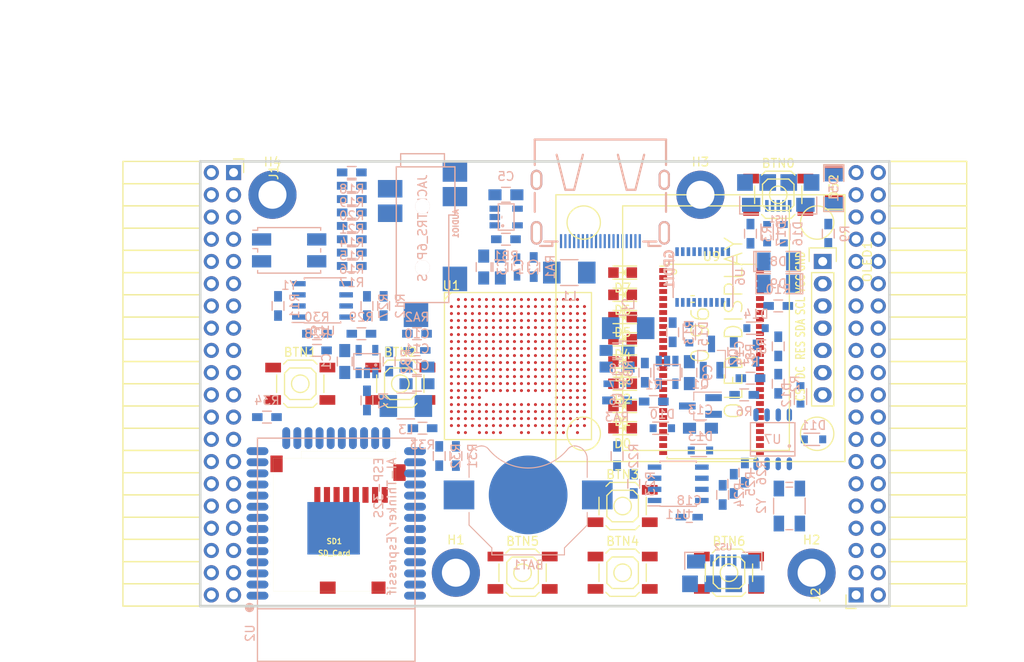
<source format=kicad_pcb>
(kicad_pcb (version 4) (host pcbnew 4.0.5+dfsg1-4)
  (layers (0 F.Cu signal) (1 In1.Cu signal) (2 In2.Cu signal) (31 B.Cu signal) (34 B.Paste user) (35 F.Paste user) (36 B.SilkS user) (37 F.SilkS user) (38 B.Mask user) (39 F.Mask user) (44 Edge.Cuts user))
  (net 0 "")
  (net 1 GND)
  (net 2 +5V)
  (net 3 /gpio/IN5V)
  (net 4 /gpio/OUT5V)
  (net 5 +3V3)
  (net 6 "Net-(L1-Pad1)")
  (net 7 "Net-(L2-Pad1)")
  (net 8 +1V2)
  (net 9 BTN_D)
  (net 10 BTN_F1)
  (net 11 BTN_F2)
  (net 12 BTN_L)
  (net 13 BTN_R)
  (net 14 BTN_U)
  (net 15 /power/FB1)
  (net 16 +2V5)
  (net 17 "Net-(L3-Pad1)")
  (net 18 /power/PWREN)
  (net 19 /power/FB3)
  (net 20 /power/FB2)
  (net 21 "Net-(D9-Pad1)")
  (net 22 /power/VBAT)
  (net 23 SD_3)
  (net 24 JTAG_TDI)
  (net 25 JTAG_TCK)
  (net 26 JTAG_TMS)
  (net 27 JTAG_TDO)
  (net 28 /power/WAKEUPn)
  (net 29 /power/WKUP)
  (net 30 /power/SHUT)
  (net 31 /power/WAKE)
  (net 32 /power/HOLD)
  (net 33 /power/WKn)
  (net 34 /power/OSCI_32k)
  (net 35 /power/OSCO_32k)
  (net 36 FTDI_nSUSPEND)
  (net 37 USB_FTDI_DM)
  (net 38 USB_FTDI_DP)
  (net 39 "Net-(Q2-Pad3)")
  (net 40 SHUTDOWN)
  (net 41 /analog/AUDIO_L)
  (net 42 /analog/AUDIO_R)
  (net 43 GPDI_5V_SCL)
  (net 44 GPDI_5V_SDA)
  (net 45 GPDI_SDA)
  (net 46 GPDI_SCL)
  (net 47 /gpdi/VREF2)
  (net 48 /blinkey/BTNPU)
  (net 49 SD_CMD)
  (net 50 SD_CLK)
  (net 51 SD_D0)
  (net 52 SD_D1)
  (net 53 USB5V)
  (net 54 /gpio/B11)
  (net 55 /gpio/C11)
  (net 56 /gpio/A10)
  (net 57 /gpio/A11)
  (net 58 /gpio/B10)
  (net 59 /gpio/A9)
  (net 60 /gpio/C10)
  (net 61 /gpio/B9)
  (net 62 /gpio/E9)
  (net 63 /gpio/D9)
  (net 64 /gpio/A8)
  (net 65 /gpio/A7)
  (net 66 /gpio/B8)
  (net 67 /gpio/C8)
  (net 68 /gpio/D8)
  (net 69 /gpio/E8)
  (net 70 /gpio/C7)
  (net 71 /gpio/C6)
  (net 72 /gpio/D7)
  (net 73 /gpio/E7)
  (net 74 /gpio/D6)
  (net 75 /gpio/E6)
  (net 76 /gpio/B6)
  (net 77 /gpio/A6)
  (net 78 /gpio/A19)
  (net 79 /gpio/B20)
  (net 80 /gpio/A18)
  (net 81 /gpio/B19)
  (net 82 /gpio/A17)
  (net 83 /gpio/B18)
  (net 84 /gpio/B17)
  (net 85 /gpio/C17)
  (net 86 /gpio/C16)
  (net 87 /gpio/D16)
  (net 88 /gpio/A16)
  (net 89 /gpio/B16)
  (net 90 /gpio/D15)
  (net 91 /gpio/E15)
  (net 92 /gpio/B15)
  (net 93 /gpio/C15)
  (net 94 /gpio/D14)
  (net 95 /gpio/E14)
  (net 96 /gpio/A14)
  (net 97 /gpio/C14)
  (net 98 /gpio/D13)
  (net 99 /gpio/E13)
  (net 100 /gpio/B13)
  (net 101 /gpio/C13)
  (net 102 /gpio/A12)
  (net 103 /gpio/A13)
  (net 104 /gpio/D12)
  (net 105 /gpio/E12)
  (net 106 /gpio/B12)
  (net 107 /gpio/C12)
  (net 108 /gpio/D11)
  (net 109 /gpio/E11)
  (net 110 "Net-(BTN0-Pad1)")
  (net 111 LED0)
  (net 112 LED1)
  (net 113 LED2)
  (net 114 LED3)
  (net 115 LED4)
  (net 116 LED5)
  (net 117 LED6)
  (net 118 LED7)
  (net 119 BTN_PWRn)
  (net 120 GPDI_ETH_N)
  (net 121 GPDI_ETH_P)
  (net 122 GPDI_D2_P)
  (net 123 GPDI_D2_N)
  (net 124 GPDI_D1_P)
  (net 125 GPDI_D1_N)
  (net 126 GPDI_D0_P)
  (net 127 GPDI_D0_N)
  (net 128 GPDI_CLK_P)
  (net 129 GPDI_CLK_N)
  (net 130 GPDI_CEC)
  (net 131 nRESET)
  (net 132 /usb/FT3V3)
  (net 133 FTDI_nDTR)
  (net 134 SDRAM_CKE)
  (net 135 SDRAM_A7)
  (net 136 SDRAM_D15)
  (net 137 SDRAM_BA1)
  (net 138 SDRAM_D7)
  (net 139 SDRAM_A6)
  (net 140 SDRAM_CLK)
  (net 141 SDRAM_D13)
  (net 142 SDRAM_BA0)
  (net 143 SDRAM_D6)
  (net 144 SDRAM_A5)
  (net 145 SDRAM_D14)
  (net 146 SDRAM_A11)
  (net 147 SDRAM_D12)
  (net 148 SDRAM_D5)
  (net 149 SDRAM_A4)
  (net 150 SDRAM_A10)
  (net 151 SDRAM_D11)
  (net 152 SDRAM_A3)
  (net 153 SDRAM_D4)
  (net 154 SDRAM_D10)
  (net 155 SDRAM_D9)
  (net 156 SDRAM_A9)
  (net 157 SDRAM_D3)
  (net 158 SDRAM_D8)
  (net 159 SDRAM_A8)
  (net 160 SDRAM_A2)
  (net 161 SDRAM_A1)
  (net 162 SDRAM_A0)
  (net 163 SDRAM_D2)
  (net 164 SDRAM_D1)
  (net 165 SDRAM_D0)
  (net 166 SDRAM_DQM0)
  (net 167 SDRAM_nCS)
  (net 168 SDRAM_nRAS)
  (net 169 SDRAM_DQM1)
  (net 170 SDRAM_nCAS)
  (net 171 SDRAM_nWE)
  (net 172 /flash/FLASH_nWP)
  (net 173 /flash/FLASH_nHOLD)
  (net 174 /flash/FLASH_MOSI)
  (net 175 /flash/FLASH_MISO)
  (net 176 /flash/FLASH_SCK)
  (net 177 /flash/FLASH_nCS)
  (net 178 /flash/FPGA_PROGRAMN)
  (net 179 /flash/FPGA_DONE)
  (net 180 /flash/FPGA_INITN)
  (net 181 OLED_MOSI)
  (net 182 OLED_RES)
  (net 183 OLED_DC)
  (net 184 OLED_CS)
  (net 185 AUDIO_L3)
  (net 186 AUDIO_L2)
  (net 187 AUDIO_L1)
  (net 188 AUDIO_L0)
  (net 189 AUDIO_R3)
  (net 190 AUDIO_R2)
  (net 191 AUDIO_R1)
  (net 192 AUDIO_R0)
  (net 193 WIFI_EN)
  (net 194 FTDI_nRTS)
  (net 195 WIFI_GPIO2)
  (net 196 FTDI_TXD)
  (net 197 FTDI_RXD)
  (net 198 WIFI_RXD)
  (net 199 WIFI_GPIO0)
  (net 200 FTDI_nCTS)
  (net 201 WIFI_TXD)
  (net 202 FTDI_nRI)
  (net 203 FTDI_nDCD)
  (net 204 WIFI_GPIO15)
  (net 205 /gpdi/CLK_25MHz)
  (module Keystone_3000_1x12mm-CoinCell:Keystone_3000_1x12mm-CoinCell (layer B.Cu) (at 136.645 99.52)
    (fp_text reference BAT1 (at 0 8) (layer B.SilkS) (effects (justify mirror)))
    (fp_text value CR1225)
    (pad 1 smd rect (at -7.9 0) (size 3.5 3.3) (layers B.Cu B.Paste B.Mask) (net 22 /power/VBAT))
    (pad 1 smd rect (at 7.9 0) (size 3.5 3.3) (layers B.Cu B.Paste B.Mask) (net 22 /power/VBAT))
    (pad 2 smd circle (at 0 0) (size 9 9) (layers B.Cu B.Mask) (net 1 GND))
  )
  (module SMD_Packages:SMD-1206_Pol (layer F.Cu) (at 171.57 64.341 90)
    (fp_text reference D52 (at 0 0 90) (layer F.SilkS))
    (fp_text value 2A)
    (pad 1 smd rect (at -1.651 0 90) (size 1.524 2.032) (layers F.Cu F.Paste F.Mask) (net 4 /gpio/OUT5V))
    (pad 2 smd rect (at 1.651 0 90) (size 1.524 2.032) (layers F.Cu F.Paste F.Mask) (net 2 +5V))
  )
  (module SMD_Packages:SMD-1206_Pol (layer B.Cu) (at 171.57 64.595 270)
    (fp_text reference D51 (at 0 0 270) (layer B.SilkS) (effects (justify mirror)))
    (fp_text value 2A)
    (pad 1 smd rect (at -1.651 0 270) (size 1.524 2.032) (layers B.Cu B.Paste B.Mask) (net 2 +5V))
    (pad 2 smd rect (at 1.651 0 270) (size 1.524 2.032) (layers B.Cu B.Paste B.Mask) (net 3 /gpio/IN5V))
  )
  (module micro-sd:MicroSD_TF02D (layer F.Cu) (at 114.5 110.52 180)
    (fp_text reference SD1 (at 0 5.7 180) (layer F.SilkS) (effects (font (size 0.59944 0.59944) (thickness 0.12446))))
    (fp_text value SD_Card (at 0 4.35 180) (layer F.SilkS) (effects (font (size 0.59944 0.59944) (thickness 0.12446))))
    (pad 1 smd rect (at 1.94 11 180) (size 0.7 1.8) (layers F.Cu F.Paste F.Mask) (net 23 SD_3))
    (pad 2 smd rect (at 0.84 11 180) (size 0.7 1.8) (layers F.Cu F.Paste F.Mask) (net 49 SD_CMD))
    (pad 3 smd rect (at -0.26 11 180) (size 0.7 1.8) (layers F.Cu F.Paste F.Mask) (net 1 GND))
    (pad 4 smd rect (at -1.36 11 180) (size 0.7 1.8) (layers F.Cu F.Paste F.Mask) (net 5 +3V3))
    (pad 5 smd rect (at -2.46 11 180) (size 0.7 1.8) (layers F.Cu F.Paste F.Mask) (net 50 SD_CLK))
    (pad 6 smd rect (at -3.56 11 180) (size 0.7 1.8) (layers F.Cu F.Paste F.Mask) (net 1 GND))
    (pad 7 smd rect (at -4.66 11 180) (size 0.7 1.8) (layers F.Cu F.Paste F.Mask) (net 51 SD_D0))
    (pad 8 smd rect (at -5.76 11 180) (size 0.7 1.8) (layers F.Cu F.Paste F.Mask) (net 52 SD_D1))
    (pad S smd rect (at -5.05 0.4 180) (size 1.6 1.4) (layers F.Cu F.Paste F.Mask))
    (pad S smd rect (at 0.75 0.4 180) (size 1.8 1.4) (layers F.Cu F.Paste F.Mask))
    (pad G smd rect (at -7.45 13.55 180) (size 1.4 1.9) (layers F.Cu F.Paste F.Mask))
    (pad G smd rect (at 6.6 14.55 180) (size 1.4 1.9) (layers F.Cu F.Paste F.Mask))
  )
  (module Resistors_SMD:R_1210_HandSoldering (layer B.Cu) (at 141.344 74.12)
    (fp_text reference L1 (at 0 2.7) (layer B.SilkS) (effects (justify mirror)))
    (fp_text value 2.2uH)
    (pad 1 smd rect (at -2 0) (size 2 2.5) (layers B.Cu B.Paste B.Mask) (net 6 "Net-(L1-Pad1)"))
    (pad 2 smd rect (at 2 0) (size 2 2.5) (layers B.Cu B.Paste B.Mask) (net 8 +1V2))
  )
  (module TSOT-25:TSOT-25 (layer B.Cu) (at 134.135 67.77 90)
    (fp_text reference U3 (at 0 -0.5 90) (layer B.SilkS) (effects (font (size 0.15 0.15) (thickness 0.0375)) (justify mirror)))
    (fp_text value AP3429A)
    (pad 1 smd rect (at -0.95 -1.3 90) (size 0.7 1.2) (layers B.Cu B.Paste B.Mask) (net 18 /power/PWREN))
    (pad 2 smd rect (at 0 -1.3 90) (size 0.7 1.2) (layers B.Cu B.Paste B.Mask) (net 1 GND))
    (pad 3 smd rect (at 0.95 -1.3 90) (size 0.7 1.2) (layers B.Cu B.Paste B.Mask) (net 6 "Net-(L1-Pad1)"))
    (pad 4 smd rect (at 0.95 1.3 90) (size 0.7 1.2) (layers B.Cu B.Paste B.Mask) (net 2 +5V))
    (pad 5 smd rect (at -0.95 1.3 90) (size 0.7 1.2) (layers B.Cu B.Paste B.Mask) (net 15 /power/FB1))
  )
  (module Resistors_SMD:R_1210_HandSoldering (layer B.Cu) (at 148.075 80.47 180)
    (fp_text reference L2 (at 0 2.7 180) (layer B.SilkS) (effects (justify mirror)))
    (fp_text value 2.2uH)
    (pad 1 smd rect (at -2 0 180) (size 2 2.5) (layers B.Cu B.Paste B.Mask) (net 7 "Net-(L2-Pad1)"))
    (pad 2 smd rect (at 2 0 180) (size 2 2.5) (layers B.Cu B.Paste B.Mask) (net 5 +3V3))
  )
  (module TSOT-25:TSOT-25 (layer B.Cu) (at 152.52 85.52)
    (fp_text reference U4 (at 0 -0.5) (layer B.SilkS) (effects (font (size 0.15 0.15) (thickness 0.0375)) (justify mirror)))
    (fp_text value AP3429A)
    (pad 1 smd rect (at -0.95 -1.3) (size 0.7 1.2) (layers B.Cu B.Paste B.Mask) (net 18 /power/PWREN))
    (pad 2 smd rect (at 0 -1.3) (size 0.7 1.2) (layers B.Cu B.Paste B.Mask) (net 1 GND))
    (pad 3 smd rect (at 0.95 -1.3) (size 0.7 1.2) (layers B.Cu B.Paste B.Mask) (net 7 "Net-(L2-Pad1)"))
    (pad 4 smd rect (at 0.95 1.3) (size 0.7 1.2) (layers B.Cu B.Paste B.Mask) (net 2 +5V))
    (pad 5 smd rect (at -0.95 1.3) (size 0.7 1.2) (layers B.Cu B.Paste B.Mask) (net 19 /power/FB3))
  )
  (module Buttons_Switches_SMD:SW_SPST_SKQG (layer F.Cu) (at 110.61 86.82)
    (fp_text reference BTN1 (at 0 -3.6) (layer F.SilkS))
    (fp_text value FIRE1)
    (pad 1 smd rect (at -3.1 -1.85) (size 1.8 1.1) (layers F.Cu F.Paste F.Mask) (net 48 /blinkey/BTNPU))
    (pad 1 smd rect (at 3.1 -1.85) (size 1.8 1.1) (layers F.Cu F.Paste F.Mask) (net 48 /blinkey/BTNPU))
    (pad 2 smd rect (at -3.1 1.85) (size 1.8 1.1) (layers F.Cu F.Paste F.Mask) (net 10 BTN_F1))
    (pad 2 smd rect (at 3.1 1.85) (size 1.8 1.1) (layers F.Cu F.Paste F.Mask) (net 10 BTN_F1))
  )
  (module Buttons_Switches_SMD:SW_SPST_SKQG (layer F.Cu) (at 122.04 86.82)
    (fp_text reference BTN2 (at 0 -3.6) (layer F.SilkS))
    (fp_text value FIRE2)
    (pad 1 smd rect (at -3.1 -1.85) (size 1.8 1.1) (layers F.Cu F.Paste F.Mask) (net 48 /blinkey/BTNPU))
    (pad 1 smd rect (at 3.1 -1.85) (size 1.8 1.1) (layers F.Cu F.Paste F.Mask) (net 48 /blinkey/BTNPU))
    (pad 2 smd rect (at -3.1 1.85) (size 1.8 1.1) (layers F.Cu F.Paste F.Mask) (net 11 BTN_F2))
    (pad 2 smd rect (at 3.1 1.85) (size 1.8 1.1) (layers F.Cu F.Paste F.Mask) (net 11 BTN_F2))
  )
  (module Buttons_Switches_SMD:SW_SPST_SKQG (layer F.Cu) (at 147.44 100.79)
    (fp_text reference BTN3 (at 0 -3.6) (layer F.SilkS))
    (fp_text value UP)
    (pad 1 smd rect (at -3.1 -1.85) (size 1.8 1.1) (layers F.Cu F.Paste F.Mask) (net 48 /blinkey/BTNPU))
    (pad 1 smd rect (at 3.1 -1.85) (size 1.8 1.1) (layers F.Cu F.Paste F.Mask) (net 48 /blinkey/BTNPU))
    (pad 2 smd rect (at -3.1 1.85) (size 1.8 1.1) (layers F.Cu F.Paste F.Mask) (net 14 BTN_U))
    (pad 2 smd rect (at 3.1 1.85) (size 1.8 1.1) (layers F.Cu F.Paste F.Mask) (net 14 BTN_U))
  )
  (module Buttons_Switches_SMD:SW_SPST_SKQG (layer F.Cu) (at 147.44 108.41)
    (fp_text reference BTN4 (at 0 -3.6) (layer F.SilkS))
    (fp_text value DOWN)
    (pad 1 smd rect (at -3.1 -1.85) (size 1.8 1.1) (layers F.Cu F.Paste F.Mask) (net 48 /blinkey/BTNPU))
    (pad 1 smd rect (at 3.1 -1.85) (size 1.8 1.1) (layers F.Cu F.Paste F.Mask) (net 48 /blinkey/BTNPU))
    (pad 2 smd rect (at -3.1 1.85) (size 1.8 1.1) (layers F.Cu F.Paste F.Mask) (net 9 BTN_D))
    (pad 2 smd rect (at 3.1 1.85) (size 1.8 1.1) (layers F.Cu F.Paste F.Mask) (net 9 BTN_D))
  )
  (module Buttons_Switches_SMD:SW_SPST_SKQG (layer F.Cu) (at 136.01 108.41)
    (fp_text reference BTN5 (at 0 -3.6) (layer F.SilkS))
    (fp_text value LEFT)
    (pad 1 smd rect (at -3.1 -1.85) (size 1.8 1.1) (layers F.Cu F.Paste F.Mask) (net 48 /blinkey/BTNPU))
    (pad 1 smd rect (at 3.1 -1.85) (size 1.8 1.1) (layers F.Cu F.Paste F.Mask) (net 48 /blinkey/BTNPU))
    (pad 2 smd rect (at -3.1 1.85) (size 1.8 1.1) (layers F.Cu F.Paste F.Mask) (net 12 BTN_L))
    (pad 2 smd rect (at 3.1 1.85) (size 1.8 1.1) (layers F.Cu F.Paste F.Mask) (net 12 BTN_L))
  )
  (module Buttons_Switches_SMD:SW_SPST_SKQG (layer F.Cu) (at 159.59 108.41)
    (fp_text reference BTN6 (at 0 -3.6) (layer F.SilkS))
    (fp_text value RIGHT)
    (pad 1 smd rect (at -3.1 -1.85) (size 1.8 1.1) (layers F.Cu F.Paste F.Mask) (net 48 /blinkey/BTNPU))
    (pad 1 smd rect (at 3.1 -1.85) (size 1.8 1.1) (layers F.Cu F.Paste F.Mask) (net 48 /blinkey/BTNPU))
    (pad 2 smd rect (at -3.1 1.85) (size 1.8 1.1) (layers F.Cu F.Paste F.Mask) (net 13 BTN_R))
    (pad 2 smd rect (at 3.1 1.85) (size 1.8 1.1) (layers F.Cu F.Paste F.Mask) (net 13 BTN_R))
  )
  (module LEDs:LED_0805 (layer F.Cu) (at 147.44 91.9 180)
    (fp_text reference D0 (at 0 -1.75 180) (layer F.SilkS))
    (fp_text value LED)
    (pad 2 smd rect (at 1.04902 0) (size 1.19888 1.19888) (layers F.Cu F.Paste F.Mask) (net 111 LED0))
    (pad 1 smd rect (at -1.04902 0) (size 1.19888 1.19888) (layers F.Cu F.Paste F.Mask) (net 1 GND))
  )
  (module LEDs:LED_0805 (layer F.Cu) (at 147.44 89.36 180)
    (fp_text reference D1 (at 0 -1.75 180) (layer F.SilkS))
    (fp_text value LED)
    (pad 2 smd rect (at 1.04902 0) (size 1.19888 1.19888) (layers F.Cu F.Paste F.Mask) (net 112 LED1))
    (pad 1 smd rect (at -1.04902 0) (size 1.19888 1.19888) (layers F.Cu F.Paste F.Mask) (net 1 GND))
  )
  (module LEDs:LED_0805 (layer F.Cu) (at 147.44 86.82 180)
    (fp_text reference D2 (at 0 -1.75 180) (layer F.SilkS))
    (fp_text value LED)
    (pad 2 smd rect (at 1.04902 0) (size 1.19888 1.19888) (layers F.Cu F.Paste F.Mask) (net 113 LED2))
    (pad 1 smd rect (at -1.04902 0) (size 1.19888 1.19888) (layers F.Cu F.Paste F.Mask) (net 1 GND))
  )
  (module LEDs:LED_0805 (layer F.Cu) (at 147.44 84.28 180)
    (fp_text reference D3 (at 0 -1.75 180) (layer F.SilkS))
    (fp_text value LED)
    (pad 2 smd rect (at 1.04902 0) (size 1.19888 1.19888) (layers F.Cu F.Paste F.Mask) (net 114 LED3))
    (pad 1 smd rect (at -1.04902 0) (size 1.19888 1.19888) (layers F.Cu F.Paste F.Mask) (net 1 GND))
  )
  (module LEDs:LED_0805 (layer F.Cu) (at 147.44 81.74 180)
    (fp_text reference D4 (at 0 -1.75 180) (layer F.SilkS))
    (fp_text value LED)
    (pad 2 smd rect (at 1.04902 0) (size 1.19888 1.19888) (layers F.Cu F.Paste F.Mask) (net 115 LED4))
    (pad 1 smd rect (at -1.04902 0) (size 1.19888 1.19888) (layers F.Cu F.Paste F.Mask) (net 1 GND))
  )
  (module LEDs:LED_0805 (layer F.Cu) (at 147.44 79.2 180)
    (fp_text reference D5 (at 0 -1.75 180) (layer F.SilkS))
    (fp_text value LED)
    (pad 2 smd rect (at 1.04902 0) (size 1.19888 1.19888) (layers F.Cu F.Paste F.Mask) (net 116 LED5))
    (pad 1 smd rect (at -1.04902 0) (size 1.19888 1.19888) (layers F.Cu F.Paste F.Mask) (net 1 GND))
  )
  (module LEDs:LED_0805 (layer F.Cu) (at 147.44 76.66 180)
    (fp_text reference D6 (at 0 -1.75 180) (layer F.SilkS))
    (fp_text value LED)
    (pad 2 smd rect (at 1.04902 0) (size 1.19888 1.19888) (layers F.Cu F.Paste F.Mask) (net 117 LED6))
    (pad 1 smd rect (at -1.04902 0) (size 1.19888 1.19888) (layers F.Cu F.Paste F.Mask) (net 1 GND))
  )
  (module LEDs:LED_0805 (layer F.Cu) (at 147.44 74.12 180)
    (fp_text reference D7 (at 0 -1.75 180) (layer F.SilkS))
    (fp_text value LED)
    (pad 2 smd rect (at 1.04902 0) (size 1.19888 1.19888) (layers F.Cu F.Paste F.Mask) (net 118 LED7))
    (pad 1 smd rect (at -1.04902 0) (size 1.19888 1.19888) (layers F.Cu F.Paste F.Mask) (net 1 GND))
  )
  (module Resistors_SMD:R_1210_HandSoldering (layer B.Cu) (at 122.675 89.36)
    (fp_text reference L3 (at 0 2.7) (layer B.SilkS) (effects (justify mirror)))
    (fp_text value 2.2uH)
    (pad 1 smd rect (at -2 0) (size 2 2.5) (layers B.Cu B.Paste B.Mask) (net 17 "Net-(L3-Pad1)"))
    (pad 2 smd rect (at 2 0) (size 2 2.5) (layers B.Cu B.Paste B.Mask) (net 16 +2V5))
  )
  (module TSOT-25:TSOT-25 (layer B.Cu) (at 118.23 84.28 180)
    (fp_text reference U5 (at 0 -0.5 180) (layer B.SilkS) (effects (font (size 0.15 0.15) (thickness 0.0375)) (justify mirror)))
    (fp_text value AP3429A)
    (pad 1 smd rect (at -0.95 -1.3 180) (size 0.7 1.2) (layers B.Cu B.Paste B.Mask) (net 18 /power/PWREN))
    (pad 2 smd rect (at 0 -1.3 180) (size 0.7 1.2) (layers B.Cu B.Paste B.Mask) (net 1 GND))
    (pad 3 smd rect (at 0.95 -1.3 180) (size 0.7 1.2) (layers B.Cu B.Paste B.Mask) (net 17 "Net-(L3-Pad1)"))
    (pad 4 smd rect (at 0.95 1.3 180) (size 0.7 1.2) (layers B.Cu B.Paste B.Mask) (net 2 +5V))
    (pad 5 smd rect (at -0.95 1.3 180) (size 0.7 1.2) (layers B.Cu B.Paste B.Mask) (net 20 /power/FB2))
  )
  (module Capacitors_SMD:C_0805_HandSoldering (layer B.Cu) (at 115.69 84.28 270)
    (fp_text reference C1 (at 0 2.1 270) (layer B.SilkS) (effects (justify mirror)))
    (fp_text value 22uF)
    (pad 1 smd rect (at -1.25 0 270) (size 1.5 1.25) (layers B.Cu B.Paste B.Mask) (net 2 +5V))
    (pad 2 smd rect (at 1.25 0 270) (size 1.5 1.25) (layers B.Cu B.Paste B.Mask) (net 1 GND))
  )
  (module Capacitors_SMD:C_0805_HandSoldering (layer B.Cu) (at 131.565 73.485 90)
    (fp_text reference C3 (at 0 2.1 90) (layer B.SilkS) (effects (justify mirror)))
    (fp_text value 22uF)
    (pad 1 smd rect (at -1.25 0 90) (size 1.5 1.25) (layers B.Cu B.Paste B.Mask) (net 8 +1V2))
    (pad 2 smd rect (at 1.25 0 90) (size 1.5 1.25) (layers B.Cu B.Paste B.Mask) (net 1 GND))
  )
  (module Capacitors_SMD:C_0805_HandSoldering (layer B.Cu) (at 133.47 73.485 90)
    (fp_text reference C4 (at 0 2.1 90) (layer B.SilkS) (effects (justify mirror)))
    (fp_text value 22uF)
    (pad 1 smd rect (at -1.25 0 90) (size 1.5 1.25) (layers B.Cu B.Paste B.Mask) (net 8 +1V2))
    (pad 2 smd rect (at 1.25 0 90) (size 1.5 1.25) (layers B.Cu B.Paste B.Mask) (net 1 GND))
  )
  (module Capacitors_SMD:C_0805_HandSoldering (layer B.Cu) (at 134.105 65.23 180)
    (fp_text reference C5 (at 0 2.1 180) (layer B.SilkS) (effects (justify mirror)))
    (fp_text value 22uF)
    (pad 1 smd rect (at -1.25 0 180) (size 1.5 1.25) (layers B.Cu B.Paste B.Mask) (net 2 +5V))
    (pad 2 smd rect (at 1.25 0 180) (size 1.5 1.25) (layers B.Cu B.Paste B.Mask) (net 1 GND))
  )
  (module Capacitors_SMD:C_0805_HandSoldering (layer B.Cu) (at 146.805 84.915)
    (fp_text reference C7 (at 0 2.1) (layer B.SilkS) (effects (justify mirror)))
    (fp_text value 22uF)
    (pad 1 smd rect (at -1.25 0) (size 1.5 1.25) (layers B.Cu B.Paste B.Mask) (net 5 +3V3))
    (pad 2 smd rect (at 1.25 0) (size 1.5 1.25) (layers B.Cu B.Paste B.Mask) (net 1 GND))
  )
  (module Capacitors_SMD:C_0805_HandSoldering (layer B.Cu) (at 146.805 83.01)
    (fp_text reference C8 (at 0 2.1) (layer B.SilkS) (effects (justify mirror)))
    (fp_text value 22uF)
    (pad 1 smd rect (at -1.25 0) (size 1.5 1.25) (layers B.Cu B.Paste B.Mask) (net 5 +3V3))
    (pad 2 smd rect (at 1.25 0) (size 1.5 1.25) (layers B.Cu B.Paste B.Mask) (net 1 GND))
  )
  (module Capacitors_SMD:C_0805_HandSoldering (layer B.Cu) (at 155.06 85.55 90)
    (fp_text reference C9 (at 0 2.1 90) (layer B.SilkS) (effects (justify mirror)))
    (fp_text value 22uF)
    (pad 1 smd rect (at -1.25 0 90) (size 1.5 1.25) (layers B.Cu B.Paste B.Mask) (net 2 +5V))
    (pad 2 smd rect (at 1.25 0 90) (size 1.5 1.25) (layers B.Cu B.Paste B.Mask) (net 1 GND))
  )
  (module Capacitors_SMD:C_0805_HandSoldering (layer B.Cu) (at 123.945 84.915 180)
    (fp_text reference C11 (at 0 2.1 180) (layer B.SilkS) (effects (justify mirror)))
    (fp_text value 22uF)
    (pad 1 smd rect (at -1.25 0 180) (size 1.5 1.25) (layers B.Cu B.Paste B.Mask) (net 16 +2V5))
    (pad 2 smd rect (at 1.25 0 180) (size 1.5 1.25) (layers B.Cu B.Paste B.Mask) (net 1 GND))
  )
  (module Capacitors_SMD:C_0805_HandSoldering (layer B.Cu) (at 123.945 86.82 180)
    (fp_text reference C12 (at 0 2.1 180) (layer B.SilkS) (effects (justify mirror)))
    (fp_text value 22uF)
    (pad 1 smd rect (at -1.25 0 180) (size 1.5 1.25) (layers B.Cu B.Paste B.Mask) (net 16 +2V5))
    (pad 2 smd rect (at 1.25 0 180) (size 1.5 1.25) (layers B.Cu B.Paste B.Mask) (net 1 GND))
  )
  (module SMD_Packages:SMD-1206_Pol (layer B.Cu) (at 165.22 72.85)
    (fp_text reference D8 (at 0 0) (layer B.SilkS) (effects (justify mirror)))
    (fp_text value 2A)
    (pad 1 smd rect (at -1.651 0) (size 1.524 2.032) (layers B.Cu B.Paste B.Mask) (net 2 +5V))
    (pad 2 smd rect (at 1.651 0) (size 1.524 2.032) (layers B.Cu B.Paste B.Mask) (net 53 USB5V))
  )
  (module SMD_Packages:SMD-1206_Pol (layer B.Cu) (at 165.22 75.39 180)
    (fp_text reference D9 (at 0 0 180) (layer B.SilkS) (effects (justify mirror)))
    (fp_text value 2A)
    (pad 1 smd rect (at -1.651 0 180) (size 1.524 2.032) (layers B.Cu B.Paste B.Mask) (net 21 "Net-(D9-Pad1)"))
    (pad 2 smd rect (at 1.651 0 180) (size 1.524 2.032) (layers B.Cu B.Paste B.Mask) (net 2 +5V))
  )
  (module Power_Integrations:SO-8 (layer B.Cu) (at 164.585 93.17 180)
    (fp_text reference U7 (at 0 0 180) (layer B.SilkS) (effects (justify mirror)))
    (fp_text value PCF8523)
    (pad 1 smd oval (at -1.905 -2.794 180) (size 0.6096 1.4732) (layers B.Cu B.Paste B.Mask) (net 34 /power/OSCI_32k))
    (pad 2 smd oval (at -0.635 -2.794 180) (size 0.6096 1.4732) (layers B.Cu B.Paste B.Mask) (net 35 /power/OSCO_32k))
    (pad 3 smd oval (at 0.635 -2.794 180) (size 0.6096 1.4732) (layers B.Cu B.Paste B.Mask) (net 22 /power/VBAT))
    (pad 4 smd oval (at 1.905 -2.794 180) (size 0.6096 1.4732) (layers B.Cu B.Paste B.Mask) (net 1 GND))
    (pad 5 smd oval (at 1.905 2.794 180) (size 0.6096 1.4732) (layers B.Cu B.Paste B.Mask))
    (pad 6 smd oval (at 0.635 2.794 180) (size 0.6096 1.4732) (layers B.Cu B.Paste B.Mask))
    (pad 7 smd oval (at -0.635 2.794 180) (size 0.6096 1.4732) (layers B.Cu B.Paste B.Mask) (net 28 /power/WAKEUPn))
    (pad 8 smd oval (at -1.905 2.794 180) (size 0.6096 1.4732) (layers B.Cu B.Paste B.Mask) (net 16 +2V5))
  )
  (module Capacitors_SMD:C_0805_HandSoldering (layer B.Cu) (at 156.33 91.9 180)
    (fp_text reference C13 (at 0 2.1 180) (layer B.SilkS) (effects (justify mirror)))
    (fp_text value 2.2uF)
    (pad 1 smd rect (at -1.25 0 180) (size 1.5 1.25) (layers B.Cu B.Paste B.Mask) (net 2 +5V))
    (pad 2 smd rect (at 1.25 0 180) (size 1.5 1.25) (layers B.Cu B.Paste B.Mask) (net 29 /power/WKUP))
  )
  (module Diodes_SMD:D_0805 (layer B.Cu) (at 151.978 91.9)
    (fp_text reference D10 (at 0 -1.6) (layer B.SilkS) (effects (justify mirror)))
    (fp_text value 1N4148)
    (pad 1 smd rect (at -1.05 0) (size 0.8 0.9) (layers B.Cu B.Paste B.Mask) (net 31 /power/WAKE))
    (pad 2 smd rect (at 1.05 0) (size 0.8 0.9) (layers B.Cu B.Paste B.Mask) (net 29 /power/WKUP))
  )
  (module Diodes_SMD:D_0805 (layer B.Cu) (at 169.25 93.17)
    (fp_text reference D11 (at 0 -1.6) (layer B.SilkS) (effects (justify mirror)))
    (fp_text value 1N4148)
    (pad 1 smd rect (at -1.05 0) (size 0.8 0.9) (layers B.Cu B.Paste B.Mask) (net 32 /power/HOLD))
    (pad 2 smd rect (at 1.05 0) (size 0.8 0.9) (layers B.Cu B.Paste B.Mask) (net 5 +3V3))
  )
  (module Diodes_SMD:D_0805 (layer B.Cu) (at 155.06 81.105 270)
    (fp_text reference D15 (at 0 -1.6 270) (layer B.SilkS) (effects (justify mirror)))
    (fp_text value BAT42)
    (pad 1 smd rect (at -1.05 0 270) (size 0.8 0.9) (layers B.Cu B.Paste B.Mask) (net 30 /power/SHUT))
    (pad 2 smd rect (at 1.05 0 270) (size 0.8 0.9) (layers B.Cu B.Paste B.Mask) (net 40 SHUTDOWN))
  )
  (module Diodes_SMD:D_0805 (layer B.Cu) (at 167.76 88.09 90)
    (fp_text reference D12 (at 0 -1.6 90) (layer B.SilkS) (effects (justify mirror)))
    (fp_text value 1N4148)
    (pad 1 smd rect (at -1.05 0 90) (size 0.8 0.9) (layers B.Cu B.Paste B.Mask) (net 18 /power/PWREN))
    (pad 2 smd rect (at 1.05 0 90) (size 0.8 0.9) (layers B.Cu B.Paste B.Mask) (net 36 FTDI_nSUSPEND))
  )
  (module usb_otg:USB-MICRO-B-FCI-10118192-0001LF (layer B.Cu) (at 165.22 63.825)
    (fp_text reference US1 (at 0 4.2) (layer B.SilkS) (effects (font (size 0.7 0.7)) (justify mirror)))
    (fp_text value USB_FTDI hide)
    (pad 6 smd rect (at -3.1 2.55) (size 2.1 1.6) (layers B.Cu B.Paste B.Mask) (net 1 GND))
    (pad 6 smd rect (at 3.1 2.55) (size 2.1 1.6) (layers B.Cu B.Paste B.Mask) (net 1 GND))
    (pad "" smd rect (at -1.2 0) (size 1.9 1.9) (layers B.Cu B.Paste B.Mask))
    (pad "" smd rect (at 1.2 0) (size 1.9 1.9) (layers B.Cu B.Paste B.Mask))
    (pad 1 smd rect (at -1.3 2.675) (size 0.4 1.35) (layers B.Cu B.Paste B.Mask) (net 53 USB5V))
    (pad 2 smd rect (at -0.65 2.675) (size 0.4 1.35) (layers B.Cu B.Paste B.Mask) (net 37 USB_FTDI_DM))
    (pad 3 smd rect (at 0 2.675) (size 0.4 1.35) (layers B.Cu B.Paste B.Mask) (net 38 USB_FTDI_DP))
    (pad 4 smd rect (at 0.65 2.675) (size 0.4 1.35) (layers B.Cu B.Paste B.Mask))
    (pad 5 smd rect (at 1.3 2.675) (size 0.4 1.35) (layers B.Cu B.Paste B.Mask) (net 1 GND))
    (pad "" smd rect (at -3.8 0) (size 1.8 1.9) (layers B.Cu B.Paste B.Mask))
    (pad "" smd rect (at 3.8 0) (size 1.8 1.9) (layers B.Cu B.Paste B.Mask))
  )
  (module usb_otg:USB-MICRO-B-FCI-10118192-0001LF (layer B.Cu) (at 158.94 109.68 180)
    (fp_text reference US2 (at 0 4.2 180) (layer B.SilkS) (effects (font (size 0.7 0.7)) (justify mirror)))
    (fp_text value USB_FPGA hide)
    (pad 6 smd rect (at -3.1 2.55 180) (size 2.1 1.6) (layers B.Cu B.Paste B.Mask) (net 1 GND))
    (pad 6 smd rect (at 3.1 2.55 180) (size 2.1 1.6) (layers B.Cu B.Paste B.Mask) (net 1 GND))
    (pad "" smd rect (at -1.2 0 180) (size 1.9 1.9) (layers B.Cu B.Paste B.Mask))
    (pad "" smd rect (at 1.2 0 180) (size 1.9 1.9) (layers B.Cu B.Paste B.Mask))
    (pad 1 smd rect (at -1.3 2.675 180) (size 0.4 1.35) (layers B.Cu B.Paste B.Mask) (net 21 "Net-(D9-Pad1)"))
    (pad 2 smd rect (at -0.65 2.675 180) (size 0.4 1.35) (layers B.Cu B.Paste B.Mask))
    (pad 3 smd rect (at 0 2.675 180) (size 0.4 1.35) (layers B.Cu B.Paste B.Mask))
    (pad 4 smd rect (at 0.65 2.675 180) (size 0.4 1.35) (layers B.Cu B.Paste B.Mask))
    (pad 5 smd rect (at 1.3 2.675 180) (size 0.4 1.35) (layers B.Cu B.Paste B.Mask) (net 1 GND))
    (pad "" smd rect (at -3.8 0 180) (size 1.8 1.9) (layers B.Cu B.Paste B.Mask))
    (pad "" smd rect (at 3.8 0 180) (size 1.8 1.9) (layers B.Cu B.Paste B.Mask))
  )
  (module audio-jack:CUI_SJ-43516-SMT (layer B.Cu) (at 124.58 69.04 270)
    (fp_text reference AUDIO1 (at -0.5 -3.8 270) (layer B.SilkS) (effects (font (size 0.6096 0.6096) (thickness 0.1524)) (justify mirror)))
    (fp_text value JACK_TRS_6PINS (at 0 0 270) (layer B.SilkS) (effects (justify mirror)))
    (pad 1 smd rect (at -6.4 -3.7 270) (size 2.2 2.8) (layers B.Cu B.Paste B.Mask) (net 41 /analog/AUDIO_L))
    (pad 4 smd rect (at -3.6 -3.7 270) (size 2.2 2.8) (layers B.Cu B.Paste B.Mask))
    (pad 2 smd rect (at 5.8 -3.7 270) (size 2.8 2.8) (layers B.Cu B.Paste B.Mask) (net 1 GND))
    (pad 5 smd rect (at 9.9 0.75 270) (size 2.8 2.8) (layers B.Cu B.Paste B.Mask))
    (pad 3 smd rect (at -1.7 3.7 270) (size 2 2.8) (layers B.Cu B.Paste B.Mask) (net 42 /analog/AUDIO_R))
    (pad 6 smd rect (at -4.5 3.7 270) (size 2 2.8) (layers B.Cu B.Paste B.Mask))
    (pad "" np_thru_hole circle (at -2.5 0 270) (size 1.7 1.7) (drill 1.7) (layers *.Cu *.Mask B.SilkS) (clearance 0.4))
    (pad "" np_thru_hole circle (at 4.5 0 270) (size 1.7 1.7) (drill 1.7) (layers *.Cu *.Mask B.SilkS) (clearance 0.4))
  )
  (module TSOP54:TSOP54 (layer F.Cu) (at 157.6 84.28)
    (fp_text reference U9 (at 0 -12) (layer F.SilkS))
    (fp_text value MT48LC16M16A2TG)
    (pad 28 smd rect (at 5.53 10.4) (size 0.9 0.56) (layers F.Cu F.Paste F.Mask) (net 1 GND))
    (pad 1 smd rect (at -5.53 -10.4) (size 0.9 0.56) (layers F.Cu F.Paste F.Mask) (net 5 +3V3))
    (pad 2 smd rect (at -5.53 -9.6) (size 0.9 0.56) (layers F.Cu F.Paste F.Mask) (net 165 SDRAM_D0))
    (pad 3 smd rect (at -5.53 -8.8) (size 0.9 0.56) (layers F.Cu F.Paste F.Mask) (net 5 +3V3))
    (pad 4 smd rect (at -5.53 -8) (size 0.9 0.56) (layers F.Cu F.Paste F.Mask) (net 164 SDRAM_D1))
    (pad 5 smd rect (at -5.53 -7.2) (size 0.9 0.56) (layers F.Cu F.Paste F.Mask) (net 163 SDRAM_D2))
    (pad 6 smd rect (at -5.53 -6.4) (size 0.9 0.56) (layers F.Cu F.Paste F.Mask) (net 1 GND))
    (pad 7 smd rect (at -5.53 -5.6) (size 0.9 0.56) (layers F.Cu F.Paste F.Mask) (net 157 SDRAM_D3))
    (pad 8 smd rect (at -5.53 -4.8) (size 0.9 0.56) (layers F.Cu F.Paste F.Mask) (net 153 SDRAM_D4))
    (pad 9 smd rect (at -5.53 -4) (size 0.9 0.56) (layers F.Cu F.Paste F.Mask) (net 5 +3V3))
    (pad 10 smd rect (at -5.53 -3.2) (size 0.9 0.56) (layers F.Cu F.Paste F.Mask) (net 148 SDRAM_D5))
    (pad 11 smd rect (at -5.53 -2.4) (size 0.9 0.56) (layers F.Cu F.Paste F.Mask) (net 143 SDRAM_D6))
    (pad 12 smd rect (at -5.53 -1.6) (size 0.9 0.56) (layers F.Cu F.Paste F.Mask) (net 1 GND))
    (pad 13 smd rect (at -5.53 -0.8) (size 0.9 0.56) (layers F.Cu F.Paste F.Mask) (net 138 SDRAM_D7))
    (pad 14 smd rect (at -5.53 0) (size 0.9 0.56) (layers F.Cu F.Paste F.Mask) (net 5 +3V3))
    (pad 15 smd rect (at -5.53 0.8) (size 0.9 0.56) (layers F.Cu F.Paste F.Mask) (net 166 SDRAM_DQM0))
    (pad 16 smd rect (at -5.53 1.6) (size 0.9 0.56) (layers F.Cu F.Paste F.Mask) (net 171 SDRAM_nWE))
    (pad 17 smd rect (at -5.53 2.4) (size 0.9 0.56) (layers F.Cu F.Paste F.Mask) (net 170 SDRAM_nCAS))
    (pad 18 smd rect (at -5.53 3.2) (size 0.9 0.56) (layers F.Cu F.Paste F.Mask) (net 168 SDRAM_nRAS))
    (pad 19 smd rect (at -5.53 4) (size 0.9 0.56) (layers F.Cu F.Paste F.Mask) (net 167 SDRAM_nCS))
    (pad 20 smd rect (at -5.53 4.8) (size 0.9 0.56) (layers F.Cu F.Paste F.Mask) (net 142 SDRAM_BA0))
    (pad 21 smd rect (at -5.53 5.6) (size 0.9 0.56) (layers F.Cu F.Paste F.Mask) (net 137 SDRAM_BA1))
    (pad 22 smd rect (at -5.53 6.4) (size 0.9 0.56) (layers F.Cu F.Paste F.Mask) (net 150 SDRAM_A10))
    (pad 23 smd rect (at -5.53 7.2) (size 0.9 0.56) (layers F.Cu F.Paste F.Mask) (net 162 SDRAM_A0))
    (pad 24 smd rect (at -5.53 8) (size 0.9 0.56) (layers F.Cu F.Paste F.Mask) (net 161 SDRAM_A1))
    (pad 25 smd rect (at -5.53 8.8) (size 0.9 0.56) (layers F.Cu F.Paste F.Mask) (net 160 SDRAM_A2))
    (pad 26 smd rect (at -5.53 9.6) (size 0.9 0.56) (layers F.Cu F.Paste F.Mask) (net 152 SDRAM_A3))
    (pad 27 smd rect (at -5.53 10.4) (size 0.9 0.56) (layers F.Cu F.Paste F.Mask) (net 5 +3V3))
    (pad 29 smd rect (at 5.53 9.6) (size 0.9 0.56) (layers F.Cu F.Paste F.Mask) (net 149 SDRAM_A4))
    (pad 30 smd rect (at 5.53 8.8) (size 0.9 0.56) (layers F.Cu F.Paste F.Mask) (net 144 SDRAM_A5))
    (pad 31 smd rect (at 5.53 8) (size 0.9 0.56) (layers F.Cu F.Paste F.Mask) (net 139 SDRAM_A6))
    (pad 32 smd rect (at 5.53 7.2) (size 0.9 0.56) (layers F.Cu F.Paste F.Mask) (net 135 SDRAM_A7))
    (pad 33 smd rect (at 5.53 6.4) (size 0.9 0.56) (layers F.Cu F.Paste F.Mask) (net 159 SDRAM_A8))
    (pad 34 smd rect (at 5.53 5.6) (size 0.9 0.56) (layers F.Cu F.Paste F.Mask) (net 156 SDRAM_A9))
    (pad 35 smd rect (at 5.53 4.8) (size 0.9 0.56) (layers F.Cu F.Paste F.Mask) (net 146 SDRAM_A11))
    (pad 36 smd rect (at 5.53 4) (size 0.9 0.56) (layers F.Cu F.Paste F.Mask))
    (pad 37 smd rect (at 5.53 3.2) (size 0.9 0.56) (layers F.Cu F.Paste F.Mask) (net 134 SDRAM_CKE))
    (pad 38 smd rect (at 5.53 2.4) (size 0.9 0.56) (layers F.Cu F.Paste F.Mask) (net 140 SDRAM_CLK))
    (pad 39 smd rect (at 5.53 1.6) (size 0.9 0.56) (layers F.Cu F.Paste F.Mask) (net 169 SDRAM_DQM1))
    (pad 40 smd rect (at 5.53 0.8) (size 0.9 0.56) (layers F.Cu F.Paste F.Mask))
    (pad 41 smd rect (at 5.53 0) (size 0.9 0.56) (layers F.Cu F.Paste F.Mask) (net 1 GND))
    (pad 42 smd rect (at 5.53 -0.8) (size 0.9 0.56) (layers F.Cu F.Paste F.Mask) (net 158 SDRAM_D8))
    (pad 43 smd rect (at 5.53 -1.6) (size 0.9 0.56) (layers F.Cu F.Paste F.Mask) (net 5 +3V3))
    (pad 44 smd rect (at 5.53 -2.4) (size 0.9 0.56) (layers F.Cu F.Paste F.Mask) (net 155 SDRAM_D9))
    (pad 45 smd rect (at 5.53 -3.2) (size 0.9 0.56) (layers F.Cu F.Paste F.Mask) (net 154 SDRAM_D10))
    (pad 46 smd rect (at 5.53 -4) (size 0.9 0.56) (layers F.Cu F.Paste F.Mask) (net 1 GND))
    (pad 47 smd rect (at 5.53 -4.8) (size 0.9 0.56) (layers F.Cu F.Paste F.Mask) (net 151 SDRAM_D11))
    (pad 48 smd rect (at 5.53 -5.6) (size 0.9 0.56) (layers F.Cu F.Paste F.Mask) (net 147 SDRAM_D12))
    (pad 49 smd rect (at 5.53 -6.4) (size 0.9 0.56) (layers F.Cu F.Paste F.Mask) (net 5 +3V3))
    (pad 50 smd rect (at 5.53 -7.2) (size 0.9 0.56) (layers F.Cu F.Paste F.Mask) (net 141 SDRAM_D13))
    (pad 51 smd rect (at 5.53 -8) (size 0.9 0.56) (layers F.Cu F.Paste F.Mask) (net 145 SDRAM_D14))
    (pad 52 smd rect (at 5.53 -8.8) (size 0.9 0.56) (layers F.Cu F.Paste F.Mask) (net 1 GND))
    (pad 53 smd rect (at 5.53 -9.6) (size 0.9 0.56) (layers F.Cu F.Paste F.Mask) (net 136 SDRAM_D15))
    (pad 54 smd rect (at 5.53 -10.4) (size 0.9 0.56) (layers F.Cu F.Paste F.Mask) (net 1 GND))
  )
  (module TO_SOT_Packages_SMD:SOT-23_Handsoldering (layer B.Cu) (at 156.33 89.36 180)
    (fp_text reference Q1 (at 0 2.5 180) (layer B.SilkS) (effects (justify mirror)))
    (fp_text value BC857)
    (pad 1 smd rect (at -1.5 0.95 180) (size 1.9 0.8) (layers B.Cu B.Paste B.Mask) (net 33 /power/WKn))
    (pad 2 smd rect (at -1.5 -0.95 180) (size 1.9 0.8) (layers B.Cu B.Paste B.Mask) (net 2 +5V))
    (pad 3 smd rect (at 1.5 0 180) (size 1.9 0.8) (layers B.Cu B.Paste B.Mask) (net 29 /power/WKUP))
  )
  (module TO_SOT_Packages_SMD:SOT-23_Handsoldering (layer B.Cu) (at 157.6 83.772 90)
    (fp_text reference Q2 (at 0 2.5 90) (layer B.SilkS) (effects (justify mirror)))
    (fp_text value 2N7002)
    (pad 1 smd rect (at -1.5 0.95 90) (size 1.9 0.8) (layers B.Cu B.Paste B.Mask) (net 30 /power/SHUT))
    (pad 2 smd rect (at -1.5 -0.95 90) (size 1.9 0.8) (layers B.Cu B.Paste B.Mask) (net 1 GND))
    (pad 3 smd rect (at 1.5 0 90) (size 1.9 0.8) (layers B.Cu B.Paste B.Mask) (net 39 "Net-(Q2-Pad3)"))
  )
  (module Capacitors_SMD:C_0603_HandSoldering (layer B.Cu) (at 135.375 73.485 90)
    (fp_text reference C2 (at 0 1.9 90) (layer B.SilkS) (effects (justify mirror)))
    (fp_text value 470pF)
    (pad 1 smd rect (at -0.95 0 90) (size 1.2 0.75) (layers B.Cu B.Paste B.Mask) (net 8 +1V2))
    (pad 2 smd rect (at 0.95 0 90) (size 1.2 0.75) (layers B.Cu B.Paste B.Mask) (net 15 /power/FB1))
  )
  (module Capacitors_SMD:C_0603_HandSoldering (layer B.Cu) (at 146.805 86.82)
    (fp_text reference C6 (at 0 1.9) (layer B.SilkS) (effects (justify mirror)))
    (fp_text value 470pF)
    (pad 1 smd rect (at -0.95 0) (size 1.2 0.75) (layers B.Cu B.Paste B.Mask) (net 5 +3V3))
    (pad 2 smd rect (at 0.95 0) (size 1.2 0.75) (layers B.Cu B.Paste B.Mask) (net 19 /power/FB3))
  )
  (module Capacitors_SMD:C_0603_HandSoldering (layer B.Cu) (at 123.945 83.01 180)
    (fp_text reference C10 (at 0 1.9 180) (layer B.SilkS) (effects (justify mirror)))
    (fp_text value 470pF)
    (pad 1 smd rect (at -0.95 0 180) (size 1.2 0.75) (layers B.Cu B.Paste B.Mask) (net 16 +2V5))
    (pad 2 smd rect (at 0.95 0 180) (size 1.2 0.75) (layers B.Cu B.Paste B.Mask) (net 20 /power/FB2))
  )
  (module Capacitors_SMD:C_0603_HandSoldering (layer B.Cu) (at 162.68 83.33 270)
    (fp_text reference C14 (at 0 1.9 270) (layer B.SilkS) (effects (justify mirror)))
    (fp_text value 100nF)
    (pad 1 smd rect (at -0.95 0 270) (size 1.2 0.75) (layers B.Cu B.Paste B.Mask) (net 30 /power/SHUT))
    (pad 2 smd rect (at 0.95 0 270) (size 1.2 0.75) (layers B.Cu B.Paste B.Mask) (net 1 GND))
  )
  (module Resistors_SMD:R_0603_HandSoldering (layer B.Cu) (at 150.996 88.852 180)
    (fp_text reference R1 (at 0 1.9 180) (layer B.SilkS) (effects (justify mirror)))
    (fp_text value 15k)
    (pad 1 smd rect (at -1.1 0 180) (size 1.2 0.9) (layers B.Cu B.Paste B.Mask) (net 31 /power/WAKE))
    (pad 2 smd rect (at 1.1 0 180) (size 1.2 0.9) (layers B.Cu B.Paste B.Mask) (net 18 /power/PWREN))
  )
  (module Resistors_SMD:R_0603_HandSoldering (layer B.Cu) (at 165.22 86.82 90)
    (fp_text reference R2 (at 0 1.9 90) (layer B.SilkS) (effects (justify mirror)))
    (fp_text value 47k)
    (pad 1 smd rect (at -1.1 0 90) (size 1.2 0.9) (layers B.Cu B.Paste B.Mask) (net 18 /power/PWREN))
    (pad 2 smd rect (at 1.1 0 90) (size 1.2 0.9) (layers B.Cu B.Paste B.Mask) (net 1 GND))
  )
  (module Resistors_SMD:R_0603_HandSoldering (layer B.Cu) (at 162.045 86.185 180)
    (fp_text reference R4 (at 0 1.9 180) (layer B.SilkS) (effects (justify mirror)))
    (fp_text value 15k)
    (pad 1 smd rect (at -1.1 0 180) (size 1.2 0.9) (layers B.Cu B.Paste B.Mask) (net 32 /power/HOLD))
    (pad 2 smd rect (at 1.1 0 180) (size 1.2 0.9) (layers B.Cu B.Paste B.Mask) (net 18 /power/PWREN))
  )
  (module Resistors_SMD:R_0603_HandSoldering (layer B.Cu) (at 165.22 82.545 270)
    (fp_text reference R5 (at 0 1.9 270) (layer B.SilkS) (effects (justify mirror)))
    (fp_text value 4.7M)
    (pad 1 smd rect (at -1.1 0 270) (size 1.2 0.9) (layers B.Cu B.Paste B.Mask) (net 30 /power/SHUT))
    (pad 2 smd rect (at 1.1 0 270) (size 1.2 0.9) (layers B.Cu B.Paste B.Mask) (net 1 GND))
  )
  (module Resistors_SMD:R_0603_HandSoldering (layer B.Cu) (at 161.33 88.09)
    (fp_text reference R6 (at 0 1.9) (layer B.SilkS) (effects (justify mirror)))
    (fp_text value 1k)
    (pad 1 smd rect (at -1.1 0) (size 1.2 0.9) (layers B.Cu B.Paste B.Mask) (net 33 /power/WKn))
    (pad 2 smd rect (at 1.1 0) (size 1.2 0.9) (layers B.Cu B.Paste B.Mask) (net 28 /power/WAKEUPn))
  )
  (module Resistors_SMD:R_0603_HandSoldering (layer B.Cu) (at 118.23 88.725 90)
    (fp_text reference R7 (at 0 1.9 90) (layer B.SilkS) (effects (justify mirror)))
    (fp_text value 220)
    (pad 1 smd rect (at -1.1 0 90) (size 1.2 0.9) (layers B.Cu B.Paste B.Mask) (net 5 +3V3))
    (pad 2 smd rect (at 1.1 0 90) (size 1.2 0.9) (layers B.Cu B.Paste B.Mask) (net 48 /blinkey/BTNPU))
  )
  (module Resistors_SMD:R_0603_HandSoldering (layer B.Cu) (at 160.14 83.18 90)
    (fp_text reference R8 (at 0 1.9 90) (layer B.SilkS) (effects (justify mirror)))
    (fp_text value 1k)
    (pad 1 smd rect (at -1.1 0 90) (size 1.2 0.9) (layers B.Cu B.Paste B.Mask) (net 18 /power/PWREN))
    (pad 2 smd rect (at 1.1 0 90) (size 1.2 0.9) (layers B.Cu B.Paste B.Mask) (net 39 "Net-(Q2-Pad3)"))
  )
  (module Resistors_SMD:R_0603_HandSoldering (layer B.Cu) (at 170.935 69.675 90)
    (fp_text reference R9 (at 0 1.9 90) (layer B.SilkS) (effects (justify mirror)))
    (fp_text value 15k)
    (pad 1 smd rect (at -1.1 0 90) (size 1.2 0.9) (layers B.Cu B.Paste B.Mask) (net 131 nRESET))
    (pad 2 smd rect (at 1.1 0 90) (size 1.2 0.9) (layers B.Cu B.Paste B.Mask) (net 132 /usb/FT3V3))
  )
  (module Resistors_SMD:R_0603_HandSoldering (layer B.Cu) (at 165.22 77.93 180)
    (fp_text reference R10 (at 0 1.9 180) (layer B.SilkS) (effects (justify mirror)))
    (fp_text value 220)
    (pad 1 smd rect (at -1.1 0 180) (size 1.2 0.9) (layers B.Cu B.Paste B.Mask) (net 36 FTDI_nSUSPEND))
    (pad 2 smd rect (at 1.1 0 180) (size 1.2 0.9) (layers B.Cu B.Paste B.Mask) (net 133 FTDI_nDTR))
  )
  (module Resistors_SMD:R_0603_HandSoldering (layer B.Cu) (at 153.155 80.935 90)
    (fp_text reference R13 (at 0 1.9 90) (layer B.SilkS) (effects (justify mirror)))
    (fp_text value 15k)
    (pad 1 smd rect (at -1.1 0 90) (size 1.2 0.9) (layers B.Cu B.Paste B.Mask) (net 40 SHUTDOWN))
    (pad 2 smd rect (at 1.1 0 90) (size 1.2 0.9) (layers B.Cu B.Paste B.Mask) (net 1 GND))
  )
  (module Resistors_SMD:R_0603_HandSoldering (layer B.Cu) (at 137.28 73.485 90)
    (fp_text reference RA1 (at 0 1.9 90) (layer B.SilkS) (effects (justify mirror)))
    (fp_text value 15k)
    (pad 1 smd rect (at -1.1 0 90) (size 1.2 0.9) (layers B.Cu B.Paste B.Mask) (net 8 +1V2))
    (pad 2 smd rect (at 1.1 0 90) (size 1.2 0.9) (layers B.Cu B.Paste B.Mask) (net 15 /power/FB1))
  )
  (module Resistors_SMD:R_0603_HandSoldering (layer B.Cu) (at 123.945 81.105 180)
    (fp_text reference RA2 (at 0 1.9 180) (layer B.SilkS) (effects (justify mirror)))
    (fp_text value 15k)
    (pad 1 smd rect (at -1.1 0 180) (size 1.2 0.9) (layers B.Cu B.Paste B.Mask) (net 16 +2V5))
    (pad 2 smd rect (at 1.1 0 180) (size 1.2 0.9) (layers B.Cu B.Paste B.Mask) (net 20 /power/FB2))
  )
  (module Resistors_SMD:R_0603_HandSoldering (layer B.Cu) (at 146.805 88.725)
    (fp_text reference RA3 (at 0 1.9) (layer B.SilkS) (effects (justify mirror)))
    (fp_text value 15k)
    (pad 1 smd rect (at -1.1 0) (size 1.2 0.9) (layers B.Cu B.Paste B.Mask) (net 5 +3V3))
    (pad 2 smd rect (at 1.1 0) (size 1.2 0.9) (layers B.Cu B.Paste B.Mask) (net 19 /power/FB3))
  )
  (module Resistors_SMD:R_0603_HandSoldering (layer B.Cu) (at 134.105 70.31)
    (fp_text reference RB1 (at 0 1.9) (layer B.SilkS) (effects (justify mirror)))
    (fp_text value 15k)
    (pad 1 smd rect (at -1.1 0) (size 1.2 0.9) (layers B.Cu B.Paste B.Mask) (net 1 GND))
    (pad 2 smd rect (at 1.1 0) (size 1.2 0.9) (layers B.Cu B.Paste B.Mask) (net 15 /power/FB1))
  )
  (module Resistors_SMD:R_0603_HandSoldering (layer B.Cu) (at 120.77 84.28 90)
    (fp_text reference RB2 (at 0 1.9 90) (layer B.SilkS) (effects (justify mirror)))
    (fp_text value 4.7k)
    (pad 1 smd rect (at -1.1 0 90) (size 1.2 0.9) (layers B.Cu B.Paste B.Mask) (net 1 GND))
    (pad 2 smd rect (at 1.1 0 90) (size 1.2 0.9) (layers B.Cu B.Paste B.Mask) (net 20 /power/FB2))
  )
  (module Resistors_SMD:R_0603_HandSoldering (layer B.Cu) (at 149.98 85.55 270)
    (fp_text reference RB3 (at 0 1.9 270) (layer B.SilkS) (effects (justify mirror)))
    (fp_text value 3.3k)
    (pad 1 smd rect (at -1.1 0 270) (size 1.2 0.9) (layers B.Cu B.Paste B.Mask) (net 1 GND))
    (pad 2 smd rect (at 1.1 0 270) (size 1.2 0.9) (layers B.Cu B.Paste B.Mask) (net 19 /power/FB3))
  )
  (module Resistors_SMD:R_0603_HandSoldering (layer B.Cu) (at 116.493 68.787)
    (fp_text reference R14 (at 0 1.9) (layer B.SilkS) (effects (justify mirror)))
    (fp_text value 800)
    (pad 1 smd rect (at -1.1 0) (size 1.2 0.9) (layers B.Cu B.Paste B.Mask) (net 185 AUDIO_L3))
    (pad 2 smd rect (at 1.1 0) (size 1.2 0.9) (layers B.Cu B.Paste B.Mask) (net 41 /analog/AUDIO_L))
  )
  (module Resistors_SMD:R_0603_HandSoldering (layer B.Cu) (at 116.493 70.311)
    (fp_text reference R15 (at 0 1.9) (layer B.SilkS) (effects (justify mirror)))
    (fp_text value 400)
    (pad 1 smd rect (at -1.1 0) (size 1.2 0.9) (layers B.Cu B.Paste B.Mask) (net 186 AUDIO_L2))
    (pad 2 smd rect (at 1.1 0) (size 1.2 0.9) (layers B.Cu B.Paste B.Mask) (net 41 /analog/AUDIO_L))
  )
  (module Resistors_SMD:R_0603_HandSoldering (layer B.Cu) (at 116.493 71.835)
    (fp_text reference R16 (at 0 1.9) (layer B.SilkS) (effects (justify mirror)))
    (fp_text value 200)
    (pad 1 smd rect (at -1.1 0) (size 1.2 0.9) (layers B.Cu B.Paste B.Mask) (net 187 AUDIO_L1))
    (pad 2 smd rect (at 1.1 0) (size 1.2 0.9) (layers B.Cu B.Paste B.Mask) (net 41 /analog/AUDIO_L))
  )
  (module Resistors_SMD:R_0603_HandSoldering (layer B.Cu) (at 116.493 73.359)
    (fp_text reference R17 (at 0 1.9) (layer B.SilkS) (effects (justify mirror)))
    (fp_text value 100)
    (pad 1 smd rect (at -1.1 0) (size 1.2 0.9) (layers B.Cu B.Paste B.Mask) (net 188 AUDIO_L0))
    (pad 2 smd rect (at 1.1 0) (size 1.2 0.9) (layers B.Cu B.Paste B.Mask) (net 41 /analog/AUDIO_L))
  )
  (module Resistors_SMD:R_0603_HandSoldering (layer B.Cu) (at 116.493 62.675)
    (fp_text reference R18 (at 0 1.9) (layer B.SilkS) (effects (justify mirror)))
    (fp_text value 800)
    (pad 1 smd rect (at -1.1 0) (size 1.2 0.9) (layers B.Cu B.Paste B.Mask) (net 189 AUDIO_R3))
    (pad 2 smd rect (at 1.1 0) (size 1.2 0.9) (layers B.Cu B.Paste B.Mask) (net 42 /analog/AUDIO_R))
  )
  (module Resistors_SMD:R_0603_HandSoldering (layer B.Cu) (at 116.493 64.199)
    (fp_text reference R19 (at 0 1.9) (layer B.SilkS) (effects (justify mirror)))
    (fp_text value 400)
    (pad 1 smd rect (at -1.1 0) (size 1.2 0.9) (layers B.Cu B.Paste B.Mask) (net 190 AUDIO_R2))
    (pad 2 smd rect (at 1.1 0) (size 1.2 0.9) (layers B.Cu B.Paste B.Mask) (net 42 /analog/AUDIO_R))
  )
  (module Resistors_SMD:R_0603_HandSoldering (layer B.Cu) (at 116.493 65.723)
    (fp_text reference R20 (at 0 1.9) (layer B.SilkS) (effects (justify mirror)))
    (fp_text value 200)
    (pad 1 smd rect (at -1.1 0) (size 1.2 0.9) (layers B.Cu B.Paste B.Mask) (net 191 AUDIO_R1))
    (pad 2 smd rect (at 1.1 0) (size 1.2 0.9) (layers B.Cu B.Paste B.Mask) (net 42 /analog/AUDIO_R))
  )
  (module Resistors_SMD:R_0603_HandSoldering (layer B.Cu) (at 116.493 67.247)
    (fp_text reference R21 (at 0 1.9) (layer B.SilkS) (effects (justify mirror)))
    (fp_text value 100)
    (pad 1 smd rect (at -1.1 0) (size 1.2 0.9) (layers B.Cu B.Paste B.Mask) (net 192 AUDIO_R0))
    (pad 2 smd rect (at 1.1 0) (size 1.2 0.9) (layers B.Cu B.Paste B.Mask) (net 42 /analog/AUDIO_R))
  )
  (module lfe5bg381:BGA-381_pitch0.8mm_dia0.4mm (layer F.Cu) (at 135.48 84.8)
    (fp_text reference U1 (at -7.6 -9.2) (layer F.SilkS))
    (fp_text value LFE5U-25F-6BG381C)
    (pad A2 smd circle (at -6.8 -7.6) (size 0.35 0.35) (layers F.Cu F.Paste F.Mask) (net 12 BTN_L))
    (pad A3 smd circle (at -6 -7.6) (size 0.35 0.35) (layers F.Cu F.Paste F.Mask) (net 122 GPDI_D2_P))
    (pad A4 smd circle (at -5.2 -7.6) (size 0.35 0.35) (layers F.Cu F.Paste F.Mask) (net 124 GPDI_D1_P))
    (pad A5 smd circle (at -4.4 -7.6) (size 0.35 0.35) (layers F.Cu F.Paste F.Mask) (net 125 GPDI_D1_N))
    (pad A6 smd circle (at -3.6 -7.6) (size 0.35 0.35) (layers F.Cu F.Paste F.Mask) (net 76 /gpio/B6))
    (pad A7 smd circle (at -2.8 -7.6) (size 0.35 0.35) (layers F.Cu F.Paste F.Mask) (net 64 /gpio/A8))
    (pad A8 smd circle (at -2 -7.6) (size 0.35 0.35) (layers F.Cu F.Paste F.Mask) (net 65 /gpio/A7))
    (pad A9 smd circle (at -1.2 -7.6) (size 0.35 0.35) (layers F.Cu F.Paste F.Mask) (net 59 /gpio/A9))
    (pad A10 smd circle (at -0.4 -7.6) (size 0.35 0.35) (layers F.Cu F.Paste F.Mask) (net 56 /gpio/A10))
    (pad A11 smd circle (at 0.4 -7.6) (size 0.35 0.35) (layers F.Cu F.Paste F.Mask) (net 57 /gpio/A11))
    (pad A12 smd circle (at 1.2 -7.6) (size 0.35 0.35) (layers F.Cu F.Paste F.Mask) (net 102 /gpio/A12))
    (pad A13 smd circle (at 2 -7.6) (size 0.35 0.35) (layers F.Cu F.Paste F.Mask) (net 103 /gpio/A13))
    (pad A14 smd circle (at 2.8 -7.6) (size 0.35 0.35) (layers F.Cu F.Paste F.Mask) (net 96 /gpio/A14))
    (pad A15 smd circle (at 3.6 -7.6) (size 0.35 0.35) (layers F.Cu F.Paste F.Mask))
    (pad A16 smd circle (at 4.4 -7.6) (size 0.35 0.35) (layers F.Cu F.Paste F.Mask) (net 88 /gpio/A16))
    (pad A17 smd circle (at 5.2 -7.6) (size 0.35 0.35) (layers F.Cu F.Paste F.Mask) (net 82 /gpio/A17))
    (pad A18 smd circle (at 6 -7.6) (size 0.35 0.35) (layers F.Cu F.Paste F.Mask) (net 80 /gpio/A18))
    (pad A19 smd circle (at 6.8 -7.6) (size 0.35 0.35) (layers F.Cu F.Paste F.Mask) (net 78 /gpio/A19))
    (pad B1 smd circle (at -7.6 -6.8) (size 0.35 0.35) (layers F.Cu F.Paste F.Mask) (net 114 LED3))
    (pad B2 smd circle (at -6.8 -6.8) (size 0.35 0.35) (layers F.Cu F.Paste F.Mask) (net 9 BTN_D))
    (pad B3 smd circle (at -6 -6.8) (size 0.35 0.35) (layers F.Cu F.Paste F.Mask) (net 123 GPDI_D2_N))
    (pad B4 smd circle (at -5.2 -6.8) (size 0.35 0.35) (layers F.Cu F.Paste F.Mask) (net 129 GPDI_CLK_N))
    (pad B5 smd circle (at -4.4 -6.8) (size 0.35 0.35) (layers F.Cu F.Paste F.Mask) (net 126 GPDI_D0_P))
    (pad B6 smd circle (at -3.6 -6.8) (size 0.35 0.35) (layers F.Cu F.Paste F.Mask) (net 77 /gpio/A6))
    (pad B7 smd circle (at -2.8 -6.8) (size 0.35 0.35) (layers F.Cu F.Paste F.Mask) (net 1 GND))
    (pad B8 smd circle (at -2 -6.8) (size 0.35 0.35) (layers F.Cu F.Paste F.Mask) (net 67 /gpio/C8))
    (pad B9 smd circle (at -1.2 -6.8) (size 0.35 0.35) (layers F.Cu F.Paste F.Mask) (net 60 /gpio/C10))
    (pad B10 smd circle (at -0.4 -6.8) (size 0.35 0.35) (layers F.Cu F.Paste F.Mask) (net 58 /gpio/B10))
    (pad B11 smd circle (at 0.4 -6.8) (size 0.35 0.35) (layers F.Cu F.Paste F.Mask) (net 54 /gpio/B11))
    (pad B12 smd circle (at 1.2 -6.8) (size 0.35 0.35) (layers F.Cu F.Paste F.Mask) (net 106 /gpio/B12))
    (pad B13 smd circle (at 2 -6.8) (size 0.35 0.35) (layers F.Cu F.Paste F.Mask) (net 100 /gpio/B13))
    (pad B14 smd circle (at 2.8 -6.8) (size 0.35 0.35) (layers F.Cu F.Paste F.Mask) (net 1 GND))
    (pad B15 smd circle (at 3.6 -6.8) (size 0.35 0.35) (layers F.Cu F.Paste F.Mask) (net 92 /gpio/B15))
    (pad B16 smd circle (at 4.4 -6.8) (size 0.35 0.35) (layers F.Cu F.Paste F.Mask) (net 89 /gpio/B16))
    (pad B17 smd circle (at 5.2 -6.8) (size 0.35 0.35) (layers F.Cu F.Paste F.Mask) (net 84 /gpio/B17))
    (pad B18 smd circle (at 6 -6.8) (size 0.35 0.35) (layers F.Cu F.Paste F.Mask) (net 83 /gpio/B18))
    (pad B19 smd circle (at 6.8 -6.8) (size 0.35 0.35) (layers F.Cu F.Paste F.Mask) (net 81 /gpio/B19))
    (pad B20 smd circle (at 7.6 -6.8) (size 0.35 0.35) (layers F.Cu F.Paste F.Mask) (net 79 /gpio/B20))
    (pad C1 smd circle (at -7.6 -6) (size 0.35 0.35) (layers F.Cu F.Paste F.Mask) (net 10 BTN_F1))
    (pad C2 smd circle (at -6.8 -6) (size 0.35 0.35) (layers F.Cu F.Paste F.Mask) (net 113 LED2))
    (pad C3 smd circle (at -6 -6) (size 0.35 0.35) (layers F.Cu F.Paste F.Mask) (net 121 GPDI_ETH_P))
    (pad C4 smd circle (at -5.2 -6) (size 0.35 0.35) (layers F.Cu F.Paste F.Mask) (net 128 GPDI_CLK_P))
    (pad C5 smd circle (at -4.4 -6) (size 0.35 0.35) (layers F.Cu F.Paste F.Mask) (net 127 GPDI_D0_N))
    (pad C6 smd circle (at -3.6 -6) (size 0.35 0.35) (layers F.Cu F.Paste F.Mask) (net 70 /gpio/C7))
    (pad C7 smd circle (at -2.8 -6) (size 0.35 0.35) (layers F.Cu F.Paste F.Mask) (net 71 /gpio/C6))
    (pad C8 smd circle (at -2 -6) (size 0.35 0.35) (layers F.Cu F.Paste F.Mask) (net 66 /gpio/B8))
    (pad C9 smd circle (at -1.2 -6) (size 0.35 0.35) (layers F.Cu F.Paste F.Mask))
    (pad C10 smd circle (at -0.4 -6) (size 0.35 0.35) (layers F.Cu F.Paste F.Mask) (net 61 /gpio/B9))
    (pad C11 smd circle (at 0.4 -6) (size 0.35 0.35) (layers F.Cu F.Paste F.Mask) (net 55 /gpio/C11))
    (pad C12 smd circle (at 1.2 -6) (size 0.35 0.35) (layers F.Cu F.Paste F.Mask) (net 107 /gpio/C12))
    (pad C13 smd circle (at 2 -6) (size 0.35 0.35) (layers F.Cu F.Paste F.Mask) (net 101 /gpio/C13))
    (pad C14 smd circle (at 2.8 -6) (size 0.35 0.35) (layers F.Cu F.Paste F.Mask) (net 97 /gpio/C14))
    (pad C15 smd circle (at 3.6 -6) (size 0.35 0.35) (layers F.Cu F.Paste F.Mask) (net 93 /gpio/C15))
    (pad C16 smd circle (at 4.4 -6) (size 0.35 0.35) (layers F.Cu F.Paste F.Mask) (net 86 /gpio/C16))
    (pad C17 smd circle (at 5.2 -6) (size 0.35 0.35) (layers F.Cu F.Paste F.Mask) (net 85 /gpio/C17))
    (pad C18 smd circle (at 6 -6) (size 0.35 0.35) (layers F.Cu F.Paste F.Mask) (net 134 SDRAM_CKE))
    (pad C19 smd circle (at 6.8 -6) (size 0.35 0.35) (layers F.Cu F.Paste F.Mask) (net 1 GND))
    (pad C20 smd circle (at 7.6 -6) (size 0.35 0.35) (layers F.Cu F.Paste F.Mask) (net 135 SDRAM_A7))
    (pad D1 smd circle (at -7.6 -5.2) (size 0.35 0.35) (layers F.Cu F.Paste F.Mask) (net 116 LED5))
    (pad D2 smd circle (at -6.8 -5.2) (size 0.35 0.35) (layers F.Cu F.Paste F.Mask) (net 13 BTN_R))
    (pad D3 smd circle (at -6 -5.2) (size 0.35 0.35) (layers F.Cu F.Paste F.Mask) (net 120 GPDI_ETH_N))
    (pad D4 smd circle (at -5.2 -5.2) (size 0.35 0.35) (layers F.Cu F.Paste F.Mask) (net 1 GND))
    (pad D5 smd circle (at -4.4 -5.2) (size 0.35 0.35) (layers F.Cu F.Paste F.Mask) (net 45 GPDI_SDA))
    (pad D6 smd circle (at -3.6 -5.2) (size 0.35 0.35) (layers F.Cu F.Paste F.Mask) (net 75 /gpio/E6))
    (pad D7 smd circle (at -2.8 -5.2) (size 0.35 0.35) (layers F.Cu F.Paste F.Mask) (net 73 /gpio/E7))
    (pad D8 smd circle (at -2 -5.2) (size 0.35 0.35) (layers F.Cu F.Paste F.Mask) (net 69 /gpio/E8))
    (pad D9 smd circle (at -1.2 -5.2) (size 0.35 0.35) (layers F.Cu F.Paste F.Mask) (net 62 /gpio/E9))
    (pad D10 smd circle (at -0.4 -5.2) (size 0.35 0.35) (layers F.Cu F.Paste F.Mask))
    (pad D11 smd circle (at 0.4 -5.2) (size 0.35 0.35) (layers F.Cu F.Paste F.Mask) (net 108 /gpio/D11))
    (pad D12 smd circle (at 1.2 -5.2) (size 0.35 0.35) (layers F.Cu F.Paste F.Mask) (net 104 /gpio/D12))
    (pad D13 smd circle (at 2 -5.2) (size 0.35 0.35) (layers F.Cu F.Paste F.Mask) (net 98 /gpio/D13))
    (pad D14 smd circle (at 2.8 -5.2) (size 0.35 0.35) (layers F.Cu F.Paste F.Mask) (net 94 /gpio/D14))
    (pad D15 smd circle (at 3.6 -5.2) (size 0.35 0.35) (layers F.Cu F.Paste F.Mask) (net 90 /gpio/D15))
    (pad D16 smd circle (at 4.4 -5.2) (size 0.35 0.35) (layers F.Cu F.Paste F.Mask) (net 87 /gpio/D16))
    (pad D17 smd circle (at 5.2 -5.2) (size 0.35 0.35) (layers F.Cu F.Paste F.Mask) (net 136 SDRAM_D15))
    (pad D18 smd circle (at 6 -5.2) (size 0.35 0.35) (layers F.Cu F.Paste F.Mask) (net 137 SDRAM_BA1))
    (pad D19 smd circle (at 6.8 -5.2) (size 0.35 0.35) (layers F.Cu F.Paste F.Mask) (net 138 SDRAM_D7))
    (pad D20 smd circle (at 7.6 -5.2) (size 0.35 0.35) (layers F.Cu F.Paste F.Mask) (net 139 SDRAM_A6))
    (pad E1 smd circle (at -7.6 -4.4) (size 0.35 0.35) (layers F.Cu F.Paste F.Mask) (net 115 LED4))
    (pad E2 smd circle (at -6.8 -4.4) (size 0.35 0.35) (layers F.Cu F.Paste F.Mask))
    (pad E3 smd circle (at -6 -4.4) (size 0.35 0.35) (layers F.Cu F.Paste F.Mask) (net 112 LED1))
    (pad E4 smd circle (at -5.2 -4.4) (size 0.35 0.35) (layers F.Cu F.Paste F.Mask) (net 46 GPDI_SCL))
    (pad E5 smd circle (at -4.4 -4.4) (size 0.35 0.35) (layers F.Cu F.Paste F.Mask) (net 130 GPDI_CEC))
    (pad E6 smd circle (at -3.6 -4.4) (size 0.35 0.35) (layers F.Cu F.Paste F.Mask) (net 74 /gpio/D6))
    (pad E7 smd circle (at -2.8 -4.4) (size 0.35 0.35) (layers F.Cu F.Paste F.Mask) (net 72 /gpio/D7))
    (pad E8 smd circle (at -2 -4.4) (size 0.35 0.35) (layers F.Cu F.Paste F.Mask) (net 68 /gpio/D8))
    (pad E9 smd circle (at -1.2 -4.4) (size 0.35 0.35) (layers F.Cu F.Paste F.Mask) (net 63 /gpio/D9))
    (pad E10 smd circle (at -0.4 -4.4) (size 0.35 0.35) (layers F.Cu F.Paste F.Mask))
    (pad E11 smd circle (at 0.4 -4.4) (size 0.35 0.35) (layers F.Cu F.Paste F.Mask) (net 109 /gpio/E11))
    (pad E12 smd circle (at 1.2 -4.4) (size 0.35 0.35) (layers F.Cu F.Paste F.Mask) (net 105 /gpio/E12))
    (pad E13 smd circle (at 2 -4.4) (size 0.35 0.35) (layers F.Cu F.Paste F.Mask) (net 99 /gpio/E13))
    (pad E14 smd circle (at 2.8 -4.4) (size 0.35 0.35) (layers F.Cu F.Paste F.Mask) (net 95 /gpio/E14))
    (pad E15 smd circle (at 3.6 -4.4) (size 0.35 0.35) (layers F.Cu F.Paste F.Mask) (net 91 /gpio/E15))
    (pad E16 smd circle (at 4.4 -4.4) (size 0.35 0.35) (layers F.Cu F.Paste F.Mask) (net 140 SDRAM_CLK))
    (pad E17 smd circle (at 5.2 -4.4) (size 0.35 0.35) (layers F.Cu F.Paste F.Mask) (net 141 SDRAM_D13))
    (pad E18 smd circle (at 6 -4.4) (size 0.35 0.35) (layers F.Cu F.Paste F.Mask) (net 142 SDRAM_BA0))
    (pad E19 smd circle (at 6.8 -4.4) (size 0.35 0.35) (layers F.Cu F.Paste F.Mask) (net 143 SDRAM_D6))
    (pad E20 smd circle (at 7.6 -4.4) (size 0.35 0.35) (layers F.Cu F.Paste F.Mask) (net 144 SDRAM_A5))
    (pad F1 smd circle (at -7.6 -3.6) (size 0.35 0.35) (layers F.Cu F.Paste F.Mask))
    (pad F2 smd circle (at -6.8 -3.6) (size 0.35 0.35) (layers F.Cu F.Paste F.Mask) (net 205 /gpdi/CLK_25MHz))
    (pad F3 smd circle (at -6 -3.6) (size 0.35 0.35) (layers F.Cu F.Paste F.Mask))
    (pad F4 smd circle (at -5.2 -3.6) (size 0.35 0.35) (layers F.Cu F.Paste F.Mask) (net 14 BTN_U))
    (pad F5 smd circle (at -4.4 -3.6) (size 0.35 0.35) (layers F.Cu F.Paste F.Mask) (net 111 LED0))
    (pad F6 smd circle (at -3.6 -3.6) (size 0.35 0.35) (layers F.Cu F.Paste F.Mask) (net 16 +2V5))
    (pad F7 smd circle (at -2.8 -3.6) (size 0.35 0.35) (layers F.Cu F.Paste F.Mask) (net 1 GND))
    (pad F8 smd circle (at -2 -3.6) (size 0.35 0.35) (layers F.Cu F.Paste F.Mask) (net 1 GND))
    (pad F9 smd circle (at -1.2 -3.6) (size 0.35 0.35) (layers F.Cu F.Paste F.Mask) (net 5 +3V3))
    (pad F10 smd circle (at -0.4 -3.6) (size 0.35 0.35) (layers F.Cu F.Paste F.Mask) (net 5 +3V3))
    (pad F11 smd circle (at 0.4 -3.6) (size 0.35 0.35) (layers F.Cu F.Paste F.Mask) (net 5 +3V3))
    (pad F12 smd circle (at 1.2 -3.6) (size 0.35 0.35) (layers F.Cu F.Paste F.Mask) (net 5 +3V3))
    (pad F13 smd circle (at 2 -3.6) (size 0.35 0.35) (layers F.Cu F.Paste F.Mask) (net 1 GND))
    (pad F14 smd circle (at 2.8 -3.6) (size 0.35 0.35) (layers F.Cu F.Paste F.Mask) (net 1 GND))
    (pad F15 smd circle (at 3.6 -3.6) (size 0.35 0.35) (layers F.Cu F.Paste F.Mask) (net 16 +2V5))
    (pad F16 smd circle (at 4.4 -3.6) (size 0.35 0.35) (layers F.Cu F.Paste F.Mask) (net 145 SDRAM_D14))
    (pad F17 smd circle (at 5.2 -3.6) (size 0.35 0.35) (layers F.Cu F.Paste F.Mask) (net 146 SDRAM_A11))
    (pad F18 smd circle (at 6 -3.6) (size 0.35 0.35) (layers F.Cu F.Paste F.Mask) (net 147 SDRAM_D12))
    (pad F19 smd circle (at 6.8 -3.6) (size 0.35 0.35) (layers F.Cu F.Paste F.Mask) (net 148 SDRAM_D5))
    (pad F20 smd circle (at 7.6 -3.6) (size 0.35 0.35) (layers F.Cu F.Paste F.Mask) (net 149 SDRAM_A4))
    (pad G1 smd circle (at -7.6 -2.8) (size 0.35 0.35) (layers F.Cu F.Paste F.Mask))
    (pad G2 smd circle (at -6.8 -2.8) (size 0.35 0.35) (layers F.Cu F.Paste F.Mask))
    (pad G3 smd circle (at -6 -2.8) (size 0.35 0.35) (layers F.Cu F.Paste F.Mask))
    (pad G4 smd circle (at -5.2 -2.8) (size 0.35 0.35) (layers F.Cu F.Paste F.Mask) (net 1 GND))
    (pad G5 smd circle (at -4.4 -2.8) (size 0.35 0.35) (layers F.Cu F.Paste F.Mask) (net 118 LED7))
    (pad G6 smd circle (at -3.6 -2.8) (size 0.35 0.35) (layers F.Cu F.Paste F.Mask) (net 1 GND))
    (pad G7 smd circle (at -2.8 -2.8) (size 0.35 0.35) (layers F.Cu F.Paste F.Mask) (net 1 GND))
    (pad G8 smd circle (at -2 -2.8) (size 0.35 0.35) (layers F.Cu F.Paste F.Mask) (net 1 GND))
    (pad G9 smd circle (at -1.2 -2.8) (size 0.35 0.35) (layers F.Cu F.Paste F.Mask) (net 1 GND))
    (pad G10 smd circle (at -0.4 -2.8) (size 0.35 0.35) (layers F.Cu F.Paste F.Mask) (net 1 GND))
    (pad G11 smd circle (at 0.4 -2.8) (size 0.35 0.35) (layers F.Cu F.Paste F.Mask) (net 1 GND))
    (pad G12 smd circle (at 1.2 -2.8) (size 0.35 0.35) (layers F.Cu F.Paste F.Mask) (net 1 GND))
    (pad G13 smd circle (at 2 -2.8) (size 0.35 0.35) (layers F.Cu F.Paste F.Mask) (net 1 GND))
    (pad G14 smd circle (at 2.8 -2.8) (size 0.35 0.35) (layers F.Cu F.Paste F.Mask) (net 1 GND))
    (pad G15 smd circle (at 3.6 -2.8) (size 0.35 0.35) (layers F.Cu F.Paste F.Mask) (net 1 GND))
    (pad G16 smd circle (at 4.4 -2.8) (size 0.35 0.35) (layers F.Cu F.Paste F.Mask) (net 150 SDRAM_A10))
    (pad G17 smd circle (at 5.2 -2.8) (size 0.35 0.35) (layers F.Cu F.Paste F.Mask) (net 1 GND))
    (pad G18 smd circle (at 6 -2.8) (size 0.35 0.35) (layers F.Cu F.Paste F.Mask) (net 151 SDRAM_D11))
    (pad G19 smd circle (at 6.8 -2.8) (size 0.35 0.35) (layers F.Cu F.Paste F.Mask) (net 152 SDRAM_A3))
    (pad G20 smd circle (at 7.6 -2.8) (size 0.35 0.35) (layers F.Cu F.Paste F.Mask) (net 153 SDRAM_D4))
    (pad H1 smd circle (at -7.6 -2) (size 0.35 0.35) (layers F.Cu F.Paste F.Mask) (net 194 FTDI_nRTS))
    (pad H2 smd circle (at -6.8 -2) (size 0.35 0.35) (layers F.Cu F.Paste F.Mask))
    (pad H3 smd circle (at -6 -2) (size 0.35 0.35) (layers F.Cu F.Paste F.Mask) (net 117 LED6))
    (pad H4 smd circle (at -5.2 -2) (size 0.35 0.35) (layers F.Cu F.Paste F.Mask) (net 119 BTN_PWRn))
    (pad H5 smd circle (at -4.4 -2) (size 0.35 0.35) (layers F.Cu F.Paste F.Mask) (net 11 BTN_F2))
    (pad H6 smd circle (at -3.6 -2) (size 0.35 0.35) (layers F.Cu F.Paste F.Mask) (net 5 +3V3))
    (pad H7 smd circle (at -2.8 -2) (size 0.35 0.35) (layers F.Cu F.Paste F.Mask) (net 5 +3V3))
    (pad H8 smd circle (at -2 -2) (size 0.35 0.35) (layers F.Cu F.Paste F.Mask) (net 8 +1V2))
    (pad H9 smd circle (at -1.2 -2) (size 0.35 0.35) (layers F.Cu F.Paste F.Mask) (net 8 +1V2))
    (pad H10 smd circle (at -0.4 -2) (size 0.35 0.35) (layers F.Cu F.Paste F.Mask) (net 8 +1V2))
    (pad H11 smd circle (at 0.4 -2) (size 0.35 0.35) (layers F.Cu F.Paste F.Mask) (net 8 +1V2))
    (pad H12 smd circle (at 1.2 -2) (size 0.35 0.35) (layers F.Cu F.Paste F.Mask) (net 8 +1V2))
    (pad H13 smd circle (at 2 -2) (size 0.35 0.35) (layers F.Cu F.Paste F.Mask) (net 8 +1V2))
    (pad H14 smd circle (at 2.8 -2) (size 0.35 0.35) (layers F.Cu F.Paste F.Mask) (net 5 +3V3))
    (pad H15 smd circle (at 3.6 -2) (size 0.35 0.35) (layers F.Cu F.Paste F.Mask) (net 5 +3V3))
    (pad H16 smd circle (at 4.4 -2) (size 0.35 0.35) (layers F.Cu F.Paste F.Mask) (net 154 SDRAM_D10))
    (pad H17 smd circle (at 5.2 -2) (size 0.35 0.35) (layers F.Cu F.Paste F.Mask) (net 155 SDRAM_D9))
    (pad H18 smd circle (at 6 -2) (size 0.35 0.35) (layers F.Cu F.Paste F.Mask) (net 156 SDRAM_A9))
    (pad H19 smd circle (at 6.8 -2) (size 0.35 0.35) (layers F.Cu F.Paste F.Mask) (net 1 GND))
    (pad H20 smd circle (at 7.6 -2) (size 0.35 0.35) (layers F.Cu F.Paste F.Mask) (net 157 SDRAM_D3))
    (pad J1 smd circle (at -7.6 -1.2) (size 0.35 0.35) (layers F.Cu F.Paste F.Mask) (net 195 WIFI_GPIO2))
    (pad J2 smd circle (at -6.8 -1.2) (size 0.35 0.35) (layers F.Cu F.Paste F.Mask) (net 1 GND))
    (pad J3 smd circle (at -6 -1.2) (size 0.35 0.35) (layers F.Cu F.Paste F.Mask) (net 196 FTDI_TXD))
    (pad J4 smd circle (at -5.2 -1.2) (size 0.35 0.35) (layers F.Cu F.Paste F.Mask) (net 197 FTDI_RXD))
    (pad J5 smd circle (at -4.4 -1.2) (size 0.35 0.35) (layers F.Cu F.Paste F.Mask) (net 198 WIFI_RXD))
    (pad J6 smd circle (at -3.6 -1.2) (size 0.35 0.35) (layers F.Cu F.Paste F.Mask) (net 5 +3V3))
    (pad J7 smd circle (at -2.8 -1.2) (size 0.35 0.35) (layers F.Cu F.Paste F.Mask) (net 1 GND))
    (pad J8 smd circle (at -2 -1.2) (size 0.35 0.35) (layers F.Cu F.Paste F.Mask) (net 8 +1V2))
    (pad J9 smd circle (at -1.2 -1.2) (size 0.35 0.35) (layers F.Cu F.Paste F.Mask) (net 1 GND))
    (pad J10 smd circle (at -0.4 -1.2) (size 0.35 0.35) (layers F.Cu F.Paste F.Mask) (net 1 GND))
    (pad J11 smd circle (at 0.4 -1.2) (size 0.35 0.35) (layers F.Cu F.Paste F.Mask) (net 1 GND))
    (pad J12 smd circle (at 1.2 -1.2) (size 0.35 0.35) (layers F.Cu F.Paste F.Mask) (net 1 GND))
    (pad J13 smd circle (at 2 -1.2) (size 0.35 0.35) (layers F.Cu F.Paste F.Mask) (net 8 +1V2))
    (pad J14 smd circle (at 2.8 -1.2) (size 0.35 0.35) (layers F.Cu F.Paste F.Mask) (net 1 GND))
    (pad J15 smd circle (at 3.6 -1.2) (size 0.35 0.35) (layers F.Cu F.Paste F.Mask) (net 5 +3V3))
    (pad J16 smd circle (at 4.4 -1.2) (size 0.35 0.35) (layers F.Cu F.Paste F.Mask) (net 158 SDRAM_D8))
    (pad J17 smd circle (at 5.2 -1.2) (size 0.35 0.35) (layers F.Cu F.Paste F.Mask) (net 159 SDRAM_A8))
    (pad J18 smd circle (at 6 -1.2) (size 0.35 0.35) (layers F.Cu F.Paste F.Mask) (net 160 SDRAM_A2))
    (pad J19 smd circle (at 6.8 -1.2) (size 0.35 0.35) (layers F.Cu F.Paste F.Mask) (net 161 SDRAM_A1))
    (pad J20 smd circle (at 7.6 -1.2) (size 0.35 0.35) (layers F.Cu F.Paste F.Mask) (net 162 SDRAM_A0))
    (pad K1 smd circle (at -7.6 -0.4) (size 0.35 0.35) (layers F.Cu F.Paste F.Mask) (net 199 WIFI_GPIO0))
    (pad K2 smd circle (at -6.8 -0.4) (size 0.35 0.35) (layers F.Cu F.Paste F.Mask) (net 200 FTDI_nCTS))
    (pad K3 smd circle (at -6 -0.4) (size 0.35 0.35) (layers F.Cu F.Paste F.Mask) (net 201 WIFI_TXD))
    (pad K4 smd circle (at -5.2 -0.4) (size 0.35 0.35) (layers F.Cu F.Paste F.Mask) (net 202 FTDI_nRI))
    (pad K5 smd circle (at -4.4 -0.4) (size 0.35 0.35) (layers F.Cu F.Paste F.Mask) (net 181 OLED_MOSI))
    (pad K6 smd circle (at -3.6 -0.4) (size 0.35 0.35) (layers F.Cu F.Paste F.Mask) (net 1 GND))
    (pad K7 smd circle (at -2.8 -0.4) (size 0.35 0.35) (layers F.Cu F.Paste F.Mask) (net 1 GND))
    (pad K8 smd circle (at -2 -0.4) (size 0.35 0.35) (layers F.Cu F.Paste F.Mask) (net 8 +1V2))
    (pad K9 smd circle (at -1.2 -0.4) (size 0.35 0.35) (layers F.Cu F.Paste F.Mask) (net 1 GND))
    (pad K10 smd circle (at -0.4 -0.4) (size 0.35 0.35) (layers F.Cu F.Paste F.Mask) (net 1 GND))
    (pad K11 smd circle (at 0.4 -0.4) (size 0.35 0.35) (layers F.Cu F.Paste F.Mask) (net 1 GND))
    (pad K12 smd circle (at 1.2 -0.4) (size 0.35 0.35) (layers F.Cu F.Paste F.Mask) (net 1 GND))
    (pad K13 smd circle (at 2 -0.4) (size 0.35 0.35) (layers F.Cu F.Paste F.Mask) (net 8 +1V2))
    (pad K14 smd circle (at 2.8 -0.4) (size 0.35 0.35) (layers F.Cu F.Paste F.Mask) (net 1 GND))
    (pad K15 smd circle (at 3.6 -0.4) (size 0.35 0.35) (layers F.Cu F.Paste F.Mask) (net 1 GND))
    (pad K16 smd circle (at 4.4 -0.4) (size 0.35 0.35) (layers F.Cu F.Paste F.Mask))
    (pad K17 smd circle (at 5.2 -0.4) (size 0.35 0.35) (layers F.Cu F.Paste F.Mask))
    (pad K18 smd circle (at 6 -0.4) (size 0.35 0.35) (layers F.Cu F.Paste F.Mask) (net 163 SDRAM_D2))
    (pad K19 smd circle (at 6.8 -0.4) (size 0.35 0.35) (layers F.Cu F.Paste F.Mask) (net 164 SDRAM_D1))
    (pad K20 smd circle (at 7.6 -0.4) (size 0.35 0.35) (layers F.Cu F.Paste F.Mask) (net 165 SDRAM_D0))
    (pad L1 smd circle (at -7.6 0.4) (size 0.35 0.35) (layers F.Cu F.Paste F.Mask) (net 192 AUDIO_R0))
    (pad L2 smd circle (at -6.8 0.4) (size 0.35 0.35) (layers F.Cu F.Paste F.Mask) (net 184 OLED_CS))
    (pad L3 smd circle (at -6 0.4) (size 0.35 0.35) (layers F.Cu F.Paste F.Mask))
    (pad L4 smd circle (at -5.2 0.4) (size 0.35 0.35) (layers F.Cu F.Paste F.Mask) (net 203 FTDI_nDCD))
    (pad L5 smd circle (at -4.4 0.4) (size 0.35 0.35) (layers F.Cu F.Paste F.Mask) (net 204 WIFI_GPIO15))
    (pad L6 smd circle (at -3.6 0.4) (size 0.35 0.35) (layers F.Cu F.Paste F.Mask) (net 5 +3V3))
    (pad L7 smd circle (at -2.8 0.4) (size 0.35 0.35) (layers F.Cu F.Paste F.Mask) (net 5 +3V3))
    (pad L8 smd circle (at -2 0.4) (size 0.35 0.35) (layers F.Cu F.Paste F.Mask) (net 8 +1V2))
    (pad L9 smd circle (at -1.2 0.4) (size 0.35 0.35) (layers F.Cu F.Paste F.Mask) (net 1 GND))
    (pad L10 smd circle (at -0.4 0.4) (size 0.35 0.35) (layers F.Cu F.Paste F.Mask) (net 1 GND))
    (pad L11 smd circle (at 0.4 0.4) (size 0.35 0.35) (layers F.Cu F.Paste F.Mask) (net 1 GND))
    (pad L12 smd circle (at 1.2 0.4) (size 0.35 0.35) (layers F.Cu F.Paste F.Mask) (net 1 GND))
    (pad L13 smd circle (at 2 0.4) (size 0.35 0.35) (layers F.Cu F.Paste F.Mask) (net 8 +1V2))
    (pad L14 smd circle (at 2.8 0.4) (size 0.35 0.35) (layers F.Cu F.Paste F.Mask) (net 5 +3V3))
    (pad L15 smd circle (at 3.6 0.4) (size 0.35 0.35) (layers F.Cu F.Paste F.Mask) (net 5 +3V3))
    (pad L16 smd circle (at 4.4 0.4) (size 0.35 0.35) (layers F.Cu F.Paste F.Mask))
    (pad L17 smd circle (at 5.2 0.4) (size 0.35 0.35) (layers F.Cu F.Paste F.Mask))
    (pad L18 smd circle (at 6 0.4) (size 0.35 0.35) (layers F.Cu F.Paste F.Mask))
    (pad L19 smd circle (at 6.8 0.4) (size 0.35 0.35) (layers F.Cu F.Paste F.Mask))
    (pad L20 smd circle (at 7.6 0.4) (size 0.35 0.35) (layers F.Cu F.Paste F.Mask))
    (pad M1 smd circle (at -7.6 1.2) (size 0.35 0.35) (layers F.Cu F.Paste F.Mask) (net 187 AUDIO_L1))
    (pad M2 smd circle (at -6.8 1.2) (size 0.35 0.35) (layers F.Cu F.Paste F.Mask) (net 1 GND))
    (pad M3 smd circle (at -6 1.2) (size 0.35 0.35) (layers F.Cu F.Paste F.Mask))
    (pad M4 smd circle (at -5.2 1.2) (size 0.35 0.35) (layers F.Cu F.Paste F.Mask))
    (pad M5 smd circle (at -4.4 1.2) (size 0.35 0.35) (layers F.Cu F.Paste F.Mask))
    (pad M6 smd circle (at -3.6 1.2) (size 0.35 0.35) (layers F.Cu F.Paste F.Mask) (net 5 +3V3))
    (pad M7 smd circle (at -2.8 1.2) (size 0.35 0.35) (layers F.Cu F.Paste F.Mask) (net 1 GND))
    (pad M8 smd circle (at -2 1.2) (size 0.35 0.35) (layers F.Cu F.Paste F.Mask) (net 8 +1V2))
    (pad M9 smd circle (at -1.2 1.2) (size 0.35 0.35) (layers F.Cu F.Paste F.Mask) (net 1 GND))
    (pad M10 smd circle (at -0.4 1.2) (size 0.35 0.35) (layers F.Cu F.Paste F.Mask) (net 1 GND))
    (pad M11 smd circle (at 0.4 1.2) (size 0.35 0.35) (layers F.Cu F.Paste F.Mask) (net 1 GND))
    (pad M12 smd circle (at 1.2 1.2) (size 0.35 0.35) (layers F.Cu F.Paste F.Mask) (net 1 GND))
    (pad M13 smd circle (at 2 1.2) (size 0.35 0.35) (layers F.Cu F.Paste F.Mask) (net 8 +1V2))
    (pad M14 smd circle (at 2.8 1.2) (size 0.35 0.35) (layers F.Cu F.Paste F.Mask) (net 1 GND))
    (pad M15 smd circle (at 3.6 1.2) (size 0.35 0.35) (layers F.Cu F.Paste F.Mask) (net 5 +3V3))
    (pad M16 smd circle (at 4.4 1.2) (size 0.35 0.35) (layers F.Cu F.Paste F.Mask) (net 1 GND))
    (pad M17 smd circle (at 5.2 1.2) (size 0.35 0.35) (layers F.Cu F.Paste F.Mask))
    (pad M18 smd circle (at 6 1.2) (size 0.35 0.35) (layers F.Cu F.Paste F.Mask))
    (pad M19 smd circle (at 6.8 1.2) (size 0.35 0.35) (layers F.Cu F.Paste F.Mask))
    (pad M20 smd circle (at 7.6 1.2) (size 0.35 0.35) (layers F.Cu F.Paste F.Mask))
    (pad N1 smd circle (at -7.6 2) (size 0.35 0.35) (layers F.Cu F.Paste F.Mask) (net 188 AUDIO_L0))
    (pad N2 smd circle (at -6.8 2) (size 0.35 0.35) (layers F.Cu F.Paste F.Mask) (net 191 AUDIO_R1))
    (pad N3 smd circle (at -6 2) (size 0.35 0.35) (layers F.Cu F.Paste F.Mask))
    (pad N4 smd circle (at -5.2 2) (size 0.35 0.35) (layers F.Cu F.Paste F.Mask))
    (pad N5 smd circle (at -4.4 2) (size 0.35 0.35) (layers F.Cu F.Paste F.Mask) (net 183 OLED_DC))
    (pad N6 smd circle (at -3.6 2) (size 0.35 0.35) (layers F.Cu F.Paste F.Mask) (net 1 GND))
    (pad N7 smd circle (at -2.8 2) (size 0.35 0.35) (layers F.Cu F.Paste F.Mask) (net 1 GND))
    (pad N8 smd circle (at -2 2) (size 0.35 0.35) (layers F.Cu F.Paste F.Mask) (net 8 +1V2))
    (pad N9 smd circle (at -1.2 2) (size 0.35 0.35) (layers F.Cu F.Paste F.Mask) (net 8 +1V2))
    (pad N10 smd circle (at -0.4 2) (size 0.35 0.35) (layers F.Cu F.Paste F.Mask) (net 8 +1V2))
    (pad N11 smd circle (at 0.4 2) (size 0.35 0.35) (layers F.Cu F.Paste F.Mask) (net 8 +1V2))
    (pad N12 smd circle (at 1.2 2) (size 0.35 0.35) (layers F.Cu F.Paste F.Mask) (net 8 +1V2))
    (pad N13 smd circle (at 2 2) (size 0.35 0.35) (layers F.Cu F.Paste F.Mask) (net 8 +1V2))
    (pad N14 smd circle (at 2.8 2) (size 0.35 0.35) (layers F.Cu F.Paste F.Mask) (net 1 GND))
    (pad N15 smd circle (at 3.6 2) (size 0.35 0.35) (layers F.Cu F.Paste F.Mask) (net 1 GND))
    (pad N16 smd circle (at 4.4 2) (size 0.35 0.35) (layers F.Cu F.Paste F.Mask))
    (pad N17 smd circle (at 5.2 2) (size 0.35 0.35) (layers F.Cu F.Paste F.Mask))
    (pad N18 smd circle (at 6 2) (size 0.35 0.35) (layers F.Cu F.Paste F.Mask))
    (pad N19 smd circle (at 6.8 2) (size 0.35 0.35) (layers F.Cu F.Paste F.Mask) (net 51 SD_D0))
    (pad N20 smd circle (at 7.6 2) (size 0.35 0.35) (layers F.Cu F.Paste F.Mask))
    (pad P1 smd circle (at -7.6 2.8) (size 0.35 0.35) (layers F.Cu F.Paste F.Mask) (net 189 AUDIO_R3))
    (pad P2 smd circle (at -6.8 2.8) (size 0.35 0.35) (layers F.Cu F.Paste F.Mask) (net 185 AUDIO_L3))
    (pad P3 smd circle (at -6 2.8) (size 0.35 0.35) (layers F.Cu F.Paste F.Mask) (net 190 AUDIO_R2))
    (pad P4 smd circle (at -5.2 2.8) (size 0.35 0.35) (layers F.Cu F.Paste F.Mask) (net 186 AUDIO_L2))
    (pad P5 smd circle (at -4.4 2.8) (size 0.35 0.35) (layers F.Cu F.Paste F.Mask) (net 182 OLED_RES))
    (pad P6 smd circle (at -3.6 2.8) (size 0.35 0.35) (layers F.Cu F.Paste F.Mask) (net 16 +2V5))
    (pad P7 smd circle (at -2.8 2.8) (size 0.35 0.35) (layers F.Cu F.Paste F.Mask) (net 1 GND))
    (pad P8 smd circle (at -2 2.8) (size 0.35 0.35) (layers F.Cu F.Paste F.Mask) (net 1 GND))
    (pad P9 smd circle (at -1.2 2.8) (size 0.35 0.35) (layers F.Cu F.Paste F.Mask) (net 5 +3V3))
    (pad P10 smd circle (at -0.4 2.8) (size 0.35 0.35) (layers F.Cu F.Paste F.Mask) (net 5 +3V3))
    (pad P11 smd circle (at 0.4 2.8) (size 0.35 0.35) (layers F.Cu F.Paste F.Mask) (net 1 GND))
    (pad P12 smd circle (at 1.2 2.8) (size 0.35 0.35) (layers F.Cu F.Paste F.Mask) (net 1 GND))
    (pad P13 smd circle (at 2 2.8) (size 0.35 0.35) (layers F.Cu F.Paste F.Mask) (net 1 GND))
    (pad P14 smd circle (at 2.8 2.8) (size 0.35 0.35) (layers F.Cu F.Paste F.Mask) (net 1 GND))
    (pad P15 smd circle (at 3.6 2.8) (size 0.35 0.35) (layers F.Cu F.Paste F.Mask) (net 16 +2V5))
    (pad P16 smd circle (at 4.4 2.8) (size 0.35 0.35) (layers F.Cu F.Paste F.Mask))
    (pad P17 smd circle (at 5.2 2.8) (size 0.35 0.35) (layers F.Cu F.Paste F.Mask))
    (pad P18 smd circle (at 6 2.8) (size 0.35 0.35) (layers F.Cu F.Paste F.Mask))
    (pad P19 smd circle (at 6.8 2.8) (size 0.35 0.35) (layers F.Cu F.Paste F.Mask) (net 49 SD_CMD))
    (pad P20 smd circle (at 7.6 2.8) (size 0.35 0.35) (layers F.Cu F.Paste F.Mask))
    (pad R1 smd circle (at -7.6 3.6) (size 0.35 0.35) (layers F.Cu F.Paste F.Mask))
    (pad R2 smd circle (at -6.8 3.6) (size 0.35 0.35) (layers F.Cu F.Paste F.Mask) (net 177 /flash/FLASH_nCS))
    (pad R3 smd circle (at -6 3.6) (size 0.35 0.35) (layers F.Cu F.Paste F.Mask))
    (pad R4 smd circle (at -5.2 3.6) (size 0.35 0.35) (layers F.Cu F.Paste F.Mask) (net 1 GND))
    (pad R5 smd circle (at -4.4 3.6) (size 0.35 0.35) (layers F.Cu F.Paste F.Mask) (net 24 JTAG_TDI))
    (pad R16 smd circle (at 4.4 3.6) (size 0.35 0.35) (layers F.Cu F.Paste F.Mask))
    (pad R17 smd circle (at 5.2 3.6) (size 0.35 0.35) (layers F.Cu F.Paste F.Mask))
    (pad R18 smd circle (at 6 3.6) (size 0.35 0.35) (layers F.Cu F.Paste F.Mask))
    (pad R19 smd circle (at 6.8 3.6) (size 0.35 0.35) (layers F.Cu F.Paste F.Mask) (net 1 GND))
    (pad R20 smd circle (at 7.6 3.6) (size 0.35 0.35) (layers F.Cu F.Paste F.Mask))
    (pad T1 smd circle (at -7.6 4.4) (size 0.35 0.35) (layers F.Cu F.Paste F.Mask))
    (pad T2 smd circle (at -6.8 4.4) (size 0.35 0.35) (layers F.Cu F.Paste F.Mask) (net 5 +3V3))
    (pad T3 smd circle (at -6 4.4) (size 0.35 0.35) (layers F.Cu F.Paste F.Mask) (net 5 +3V3))
    (pad T4 smd circle (at -5.2 4.4) (size 0.35 0.35) (layers F.Cu F.Paste F.Mask) (net 5 +3V3))
    (pad T5 smd circle (at -4.4 4.4) (size 0.35 0.35) (layers F.Cu F.Paste F.Mask) (net 25 JTAG_TCK))
    (pad T6 smd circle (at -3.6 4.4) (size 0.35 0.35) (layers F.Cu F.Paste F.Mask) (net 1 GND))
    (pad T7 smd circle (at -2.8 4.4) (size 0.35 0.35) (layers F.Cu F.Paste F.Mask) (net 1 GND))
    (pad T8 smd circle (at -2 4.4) (size 0.35 0.35) (layers F.Cu F.Paste F.Mask) (net 1 GND))
    (pad T9 smd circle (at -1.2 4.4) (size 0.35 0.35) (layers F.Cu F.Paste F.Mask) (net 1 GND))
    (pad T10 smd circle (at -0.4 4.4) (size 0.35 0.35) (layers F.Cu F.Paste F.Mask) (net 1 GND))
    (pad T11 smd circle (at 0.4 4.4) (size 0.35 0.35) (layers F.Cu F.Paste F.Mask))
    (pad T12 smd circle (at 1.2 4.4) (size 0.35 0.35) (layers F.Cu F.Paste F.Mask))
    (pad T13 smd circle (at 2 4.4) (size 0.35 0.35) (layers F.Cu F.Paste F.Mask))
    (pad T14 smd circle (at 2.8 4.4) (size 0.35 0.35) (layers F.Cu F.Paste F.Mask))
    (pad T15 smd circle (at 3.6 4.4) (size 0.35 0.35) (layers F.Cu F.Paste F.Mask))
    (pad T16 smd circle (at 4.4 4.4) (size 0.35 0.35) (layers F.Cu F.Paste F.Mask))
    (pad T17 smd circle (at 5.2 4.4) (size 0.35 0.35) (layers F.Cu F.Paste F.Mask) (net 166 SDRAM_DQM0))
    (pad T18 smd circle (at 6 4.4) (size 0.35 0.35) (layers F.Cu F.Paste F.Mask))
    (pad T19 smd circle (at 6.8 4.4) (size 0.35 0.35) (layers F.Cu F.Paste F.Mask) (net 167 SDRAM_nCS))
    (pad T20 smd circle (at 7.6 4.4) (size 0.35 0.35) (layers F.Cu F.Paste F.Mask) (net 50 SD_CLK))
    (pad U1 smd circle (at -7.6 5.2) (size 0.35 0.35) (layers F.Cu F.Paste F.Mask))
    (pad U2 smd circle (at -6.8 5.2) (size 0.35 0.35) (layers F.Cu F.Paste F.Mask) (net 5 +3V3))
    (pad U3 smd circle (at -6 5.2) (size 0.35 0.35) (layers F.Cu F.Paste F.Mask) (net 176 /flash/FLASH_SCK))
    (pad U4 smd circle (at -5.2 5.2) (size 0.35 0.35) (layers F.Cu F.Paste F.Mask) (net 1 GND))
    (pad U5 smd circle (at -4.4 5.2) (size 0.35 0.35) (layers F.Cu F.Paste F.Mask) (net 26 JTAG_TMS))
    (pad U6 smd circle (at -3.6 5.2) (size 0.35 0.35) (layers F.Cu F.Paste F.Mask) (net 1 GND))
    (pad U7 smd circle (at -2.8 5.2) (size 0.35 0.35) (layers F.Cu F.Paste F.Mask) (net 1 GND))
    (pad U8 smd circle (at -2 5.2) (size 0.35 0.35) (layers F.Cu F.Paste F.Mask) (net 1 GND))
    (pad U9 smd circle (at -1.2 5.2) (size 0.35 0.35) (layers F.Cu F.Paste F.Mask) (net 1 GND))
    (pad U10 smd circle (at -0.4 5.2) (size 0.35 0.35) (layers F.Cu F.Paste F.Mask) (net 1 GND))
    (pad U11 smd circle (at 0.4 5.2) (size 0.35 0.35) (layers F.Cu F.Paste F.Mask) (net 1 GND))
    (pad U12 smd circle (at 1.2 5.2) (size 0.35 0.35) (layers F.Cu F.Paste F.Mask) (net 1 GND))
    (pad U13 smd circle (at 2 5.2) (size 0.35 0.35) (layers F.Cu F.Paste F.Mask) (net 1 GND))
    (pad U14 smd circle (at 2.8 5.2) (size 0.35 0.35) (layers F.Cu F.Paste F.Mask) (net 1 GND))
    (pad U15 smd circle (at 3.6 5.2) (size 0.35 0.35) (layers F.Cu F.Paste F.Mask))
    (pad U16 smd circle (at 4.4 5.2) (size 0.35 0.35) (layers F.Cu F.Paste F.Mask) (net 168 SDRAM_nRAS))
    (pad U17 smd circle (at 5.2 5.2) (size 0.35 0.35) (layers F.Cu F.Paste F.Mask) (net 169 SDRAM_DQM1))
    (pad U18 smd circle (at 6 5.2) (size 0.35 0.35) (layers F.Cu F.Paste F.Mask) (net 170 SDRAM_nCAS))
    (pad U19 smd circle (at 6.8 5.2) (size 0.35 0.35) (layers F.Cu F.Paste F.Mask) (net 171 SDRAM_nWE))
    (pad U20 smd circle (at 7.6 5.2) (size 0.35 0.35) (layers F.Cu F.Paste F.Mask) (net 52 SD_D1))
    (pad V1 smd circle (at -7.6 6) (size 0.35 0.35) (layers F.Cu F.Paste F.Mask))
    (pad V2 smd circle (at -6.8 6) (size 0.35 0.35) (layers F.Cu F.Paste F.Mask) (net 175 /flash/FLASH_MISO))
    (pad V3 smd circle (at -6 6) (size 0.35 0.35) (layers F.Cu F.Paste F.Mask) (net 180 /flash/FPGA_INITN))
    (pad V4 smd circle (at -5.2 6) (size 0.35 0.35) (layers F.Cu F.Paste F.Mask) (net 27 JTAG_TDO))
    (pad V5 smd circle (at -4.4 6) (size 0.35 0.35) (layers F.Cu F.Paste F.Mask) (net 1 GND))
    (pad V6 smd circle (at -3.6 6) (size 0.35 0.35) (layers F.Cu F.Paste F.Mask) (net 1 GND))
    (pad V7 smd circle (at -2.8 6) (size 0.35 0.35) (layers F.Cu F.Paste F.Mask) (net 1 GND))
    (pad V8 smd circle (at -2 6) (size 0.35 0.35) (layers F.Cu F.Paste F.Mask) (net 1 GND))
    (pad V9 smd circle (at -1.2 6) (size 0.35 0.35) (layers F.Cu F.Paste F.Mask) (net 1 GND))
    (pad V10 smd circle (at -0.4 6) (size 0.35 0.35) (layers F.Cu F.Paste F.Mask) (net 1 GND))
    (pad V11 smd circle (at 0.4 6) (size 0.35 0.35) (layers F.Cu F.Paste F.Mask) (net 1 GND))
    (pad V12 smd circle (at 1.2 6) (size 0.35 0.35) (layers F.Cu F.Paste F.Mask) (net 1 GND))
    (pad V13 smd circle (at 2 6) (size 0.35 0.35) (layers F.Cu F.Paste F.Mask) (net 1 GND))
    (pad V14 smd circle (at 2.8 6) (size 0.35 0.35) (layers F.Cu F.Paste F.Mask) (net 1 GND))
    (pad V15 smd circle (at 3.6 6) (size 0.35 0.35) (layers F.Cu F.Paste F.Mask) (net 1 GND))
    (pad V16 smd circle (at 4.4 6) (size 0.35 0.35) (layers F.Cu F.Paste F.Mask) (net 1 GND))
    (pad V17 smd circle (at 5.2 6) (size 0.35 0.35) (layers F.Cu F.Paste F.Mask))
    (pad V18 smd circle (at 6 6) (size 0.35 0.35) (layers F.Cu F.Paste F.Mask))
    (pad V19 smd circle (at 6.8 6) (size 0.35 0.35) (layers F.Cu F.Paste F.Mask) (net 1 GND))
    (pad V20 smd circle (at 7.6 6) (size 0.35 0.35) (layers F.Cu F.Paste F.Mask) (net 1 GND))
    (pad W1 smd circle (at -7.6 6.8) (size 0.35 0.35) (layers F.Cu F.Paste F.Mask))
    (pad W2 smd circle (at -6.8 6.8) (size 0.35 0.35) (layers F.Cu F.Paste F.Mask) (net 174 /flash/FLASH_MOSI))
    (pad W3 smd circle (at -6 6.8) (size 0.35 0.35) (layers F.Cu F.Paste F.Mask) (net 178 /flash/FPGA_PROGRAMN))
    (pad W4 smd circle (at -5.2 6.8) (size 0.35 0.35) (layers F.Cu F.Paste F.Mask))
    (pad W5 smd circle (at -4.4 6.8) (size 0.35 0.35) (layers F.Cu F.Paste F.Mask))
    (pad W6 smd circle (at -3.6 6.8) (size 0.35 0.35) (layers F.Cu F.Paste F.Mask) (net 1 GND))
    (pad W7 smd circle (at -2.8 6.8) (size 0.35 0.35) (layers F.Cu F.Paste F.Mask) (net 1 GND))
    (pad W8 smd circle (at -2 6.8) (size 0.35 0.35) (layers F.Cu F.Paste F.Mask))
    (pad W9 smd circle (at -1.2 6.8) (size 0.35 0.35) (layers F.Cu F.Paste F.Mask))
    (pad W10 smd circle (at -0.4 6.8) (size 0.35 0.35) (layers F.Cu F.Paste F.Mask))
    (pad W11 smd circle (at 0.4 6.8) (size 0.35 0.35) (layers F.Cu F.Paste F.Mask))
    (pad W12 smd circle (at 1.2 6.8) (size 0.35 0.35) (layers F.Cu F.Paste F.Mask) (net 1 GND))
    (pad W13 smd circle (at 2 6.8) (size 0.35 0.35) (layers F.Cu F.Paste F.Mask))
    (pad W14 smd circle (at 2.8 6.8) (size 0.35 0.35) (layers F.Cu F.Paste F.Mask))
    (pad W15 smd circle (at 3.6 6.8) (size 0.35 0.35) (layers F.Cu F.Paste F.Mask) (net 1 GND))
    (pad W16 smd circle (at 4.4 6.8) (size 0.35 0.35) (layers F.Cu F.Paste F.Mask) (net 1 GND))
    (pad W17 smd circle (at 5.2 6.8) (size 0.35 0.35) (layers F.Cu F.Paste F.Mask))
    (pad W18 smd circle (at 6 6.8) (size 0.35 0.35) (layers F.Cu F.Paste F.Mask))
    (pad W19 smd circle (at 6.8 6.8) (size 0.35 0.35) (layers F.Cu F.Paste F.Mask) (net 1 GND))
    (pad W20 smd circle (at 7.6 6.8) (size 0.35 0.35) (layers F.Cu F.Paste F.Mask))
    (pad Y2 smd circle (at -6.8 7.6) (size 0.35 0.35) (layers F.Cu F.Paste F.Mask))
    (pad Y3 smd circle (at -6 7.6) (size 0.35 0.35) (layers F.Cu F.Paste F.Mask) (net 179 /flash/FPGA_DONE))
    (pad Y5 smd circle (at -4.4 7.6) (size 0.35 0.35) (layers F.Cu F.Paste F.Mask) (net 1 GND))
    (pad Y6 smd circle (at -3.6 7.6) (size 0.35 0.35) (layers F.Cu F.Paste F.Mask) (net 1 GND))
    (pad Y7 smd circle (at -2.8 7.6) (size 0.35 0.35) (layers F.Cu F.Paste F.Mask) (net 1 GND))
    (pad Y8 smd circle (at -2 7.6) (size 0.35 0.35) (layers F.Cu F.Paste F.Mask) (net 1 GND))
    (pad Y11 smd circle (at 0.4 7.6) (size 0.35 0.35) (layers F.Cu F.Paste F.Mask) (net 1 GND))
    (pad Y12 smd circle (at 1.2 7.6) (size 0.35 0.35) (layers F.Cu F.Paste F.Mask) (net 1 GND))
    (pad Y14 smd circle (at 2.8 7.6) (size 0.35 0.35) (layers F.Cu F.Paste F.Mask))
    (pad Y15 smd circle (at 3.6 7.6) (size 0.35 0.35) (layers F.Cu F.Paste F.Mask))
    (pad Y16 smd circle (at 4.4 7.6) (size 0.35 0.35) (layers F.Cu F.Paste F.Mask))
    (pad Y17 smd circle (at 5.2 7.6) (size 0.35 0.35) (layers F.Cu F.Paste F.Mask))
    (pad Y19 smd circle (at 6.8 7.6) (size 0.35 0.35) (layers F.Cu F.Paste F.Mask))
  )
  (module hdmi-swm-19:hdmi-swm-19 (layer B.Cu) (at 144.9 64.976 180)
    (fp_text reference GPDI1 (at -7.874 -8.763 450) (layer B.SilkS) (effects (font (size 1.016 1.016) (thickness 0.254)) (justify mirror)))
    (fp_text value MICRO-GPDI-D)
    (pad 0 thru_hole oval (at 7.3 -4.6 180) (size 1.3 2.7) (drill oval 0.8 2.2) (layers *.Cu *.Mask B.SilkS) (net 1 GND))
    (pad 0 thru_hole oval (at -7.3 -4.6 180) (size 1.3 2.7) (drill oval 0.8 2.2) (layers *.Cu *.Mask B.SilkS) (net 1 GND))
    (pad 0 thru_hole oval (at -7.3 1.45 180) (size 1.3 2.3) (drill oval 0.8 1.8) (layers *.Cu *.Mask B.SilkS) (net 1 GND))
    (pad 1 smd rect (at -4.5 -5.55 90) (size 1.6 0.25) (layers B.Cu B.Paste B.Mask) (net 120 GPDI_ETH_N))
    (pad 2 smd rect (at -4 -5.55 90) (size 1.6 0.25) (layers B.Cu B.Paste B.Mask) (net 121 GPDI_ETH_P))
    (pad 3 smd rect (at -3.5 -5.55 90) (size 1.6 0.25) (layers B.Cu B.Paste B.Mask) (net 122 GPDI_D2_P))
    (pad 4 smd rect (at -3 -5.55 90) (size 1.6 0.25) (layers B.Cu B.Paste B.Mask) (net 1 GND))
    (pad 5 smd rect (at -2.5 -5.55 90) (size 1.6 0.25) (layers B.Cu B.Paste B.Mask) (net 123 GPDI_D2_N))
    (pad 6 smd rect (at -2 -5.55 90) (size 1.6 0.25) (layers B.Cu B.Paste B.Mask) (net 124 GPDI_D1_P))
    (pad 7 smd rect (at -1.5 -5.55 90) (size 1.6 0.25) (layers B.Cu B.Paste B.Mask) (net 1 GND))
    (pad 8 smd rect (at -1 -5.55 90) (size 1.6 0.25) (layers B.Cu B.Paste B.Mask) (net 125 GPDI_D1_N))
    (pad 9 smd rect (at -0.5 -5.55 90) (size 1.6 0.25) (layers B.Cu B.Paste B.Mask) (net 126 GPDI_D0_P))
    (pad 10 smd rect (at 0 -5.55 90) (size 1.6 0.25) (layers B.Cu B.Paste B.Mask) (net 1 GND))
    (pad 11 smd rect (at 0.5 -5.55 90) (size 1.6 0.25) (layers B.Cu B.Paste B.Mask) (net 127 GPDI_D0_N))
    (pad 12 smd rect (at 1 -5.55 90) (size 1.6 0.25) (layers B.Cu B.Paste B.Mask) (net 128 GPDI_CLK_P))
    (pad 13 smd rect (at 1.5 -5.55 90) (size 1.6 0.25) (layers B.Cu B.Paste B.Mask) (net 1 GND))
    (pad 14 smd rect (at 2 -5.55 90) (size 1.6 0.25) (layers B.Cu B.Paste B.Mask) (net 129 GPDI_CLK_N))
    (pad 15 smd rect (at 2.5 -5.55 90) (size 1.6 0.25) (layers B.Cu B.Paste B.Mask) (net 130 GPDI_CEC))
    (pad 16 smd rect (at 3 -5.55 90) (size 1.6 0.25) (layers B.Cu B.Paste B.Mask) (net 1 GND))
    (pad 17 smd rect (at 3.5 -5.55 90) (size 1.6 0.25) (layers B.Cu B.Paste B.Mask) (net 43 GPDI_5V_SCL))
    (pad 18 smd rect (at 4 -5.55 90) (size 1.6 0.25) (layers B.Cu B.Paste B.Mask) (net 44 GPDI_5V_SDA))
    (pad 19 smd rect (at 4.5 -5.55 90) (size 1.6 0.25) (layers B.Cu B.Paste B.Mask) (net 2 +5V))
    (pad 0 thru_hole oval (at 7.3 1.45 180) (size 1.3 2.3) (drill oval 0.8 1.8) (layers *.Cu *.Mask B.SilkS) (net 1 GND))
  )
  (module Housings_SOIC:SOIC-8_3.9x4.9mm_Pitch1.27mm (layer B.Cu) (at 113.15 77.295)
    (fp_text reference U10 (at 0 3.5) (layer B.SilkS) (effects (justify mirror)))
    (fp_text value S25FL164K0XMFI011)
    (pad 1 smd rect (at -2.7 1.905) (size 1.55 0.6) (layers B.Cu B.Paste B.Mask) (net 177 /flash/FLASH_nCS))
    (pad 2 smd rect (at -2.7 0.635) (size 1.55 0.6) (layers B.Cu B.Paste B.Mask) (net 175 /flash/FLASH_MISO))
    (pad 3 smd rect (at -2.7 -0.635) (size 1.55 0.6) (layers B.Cu B.Paste B.Mask) (net 172 /flash/FLASH_nWP))
    (pad 4 smd rect (at -2.7 -1.905) (size 1.55 0.6) (layers B.Cu B.Paste B.Mask) (net 1 GND))
    (pad 5 smd rect (at 2.7 -1.905) (size 1.55 0.6) (layers B.Cu B.Paste B.Mask) (net 174 /flash/FLASH_MOSI))
    (pad 6 smd rect (at 2.7 -0.635) (size 1.55 0.6) (layers B.Cu B.Paste B.Mask) (net 176 /flash/FLASH_SCK))
    (pad 7 smd rect (at 2.7 0.635) (size 1.55 0.6) (layers B.Cu B.Paste B.Mask) (net 173 /flash/FLASH_nHOLD))
    (pad 8 smd rect (at 2.7 1.905) (size 1.55 0.6) (layers B.Cu B.Paste B.Mask) (net 5 +3V3))
  )
  (module Capacitors_SMD:C_0603_HandSoldering (layer B.Cu) (at 155.06 102.06 180)
    (fp_text reference C18 (at 0 1.9 180) (layer B.SilkS) (effects (justify mirror)))
    (fp_text value 100nF)
    (pad 1 smd rect (at -0.95 0 180) (size 1.2 0.75) (layers B.Cu B.Paste B.Mask) (net 2 +5V))
    (pad 2 smd rect (at 0.95 0 180) (size 1.2 0.75) (layers B.Cu B.Paste B.Mask) (net 1 GND))
  )
  (module Housings_SOIC:SOIC-8_3.9x4.9mm_Pitch1.27mm (layer B.Cu) (at 153.79 98.25)
    (fp_text reference U11 (at 0 3.5) (layer B.SilkS) (effects (justify mirror)))
    (fp_text value PCA9306DCTR)
    (pad 1 smd rect (at -2.7 1.905) (size 1.55 0.6) (layers B.Cu B.Paste B.Mask) (net 1 GND))
    (pad 2 smd rect (at -2.7 0.635) (size 1.55 0.6) (layers B.Cu B.Paste B.Mask) (net 5 +3V3))
    (pad 3 smd rect (at -2.7 -0.635) (size 1.55 0.6) (layers B.Cu B.Paste B.Mask) (net 46 GPDI_SCL))
    (pad 4 smd rect (at -2.7 -1.905) (size 1.55 0.6) (layers B.Cu B.Paste B.Mask) (net 45 GPDI_SDA))
    (pad 5 smd rect (at 2.7 -1.905) (size 1.55 0.6) (layers B.Cu B.Paste B.Mask) (net 44 GPDI_5V_SDA))
    (pad 6 smd rect (at 2.7 -0.635) (size 1.55 0.6) (layers B.Cu B.Paste B.Mask) (net 43 GPDI_5V_SCL))
    (pad 7 smd rect (at 2.7 0.635) (size 1.55 0.6) (layers B.Cu B.Paste B.Mask) (net 47 /gpdi/VREF2))
    (pad 8 smd rect (at 2.7 1.905) (size 1.55 0.6) (layers B.Cu B.Paste B.Mask) (net 47 /gpdi/VREF2))
  )
  (module Diodes_SMD:D_0805 (layer B.Cu) (at 156.33 94.44)
    (fp_text reference D13 (at 0 -1.6) (layer B.SilkS) (effects (justify mirror)))
    (fp_text value 1N4148)
    (pad 1 smd rect (at -1.05 0) (size 0.8 0.9) (layers B.Cu B.Paste B.Mask) (net 29 /power/WKUP))
    (pad 2 smd rect (at 1.05 0) (size 0.8 0.9) (layers B.Cu B.Paste B.Mask) (net 1 GND))
  )
  (module Diodes_SMD:D_0805 (layer B.Cu) (at 162.68 80.47)
    (fp_text reference D14 (at 0 -1.6) (layer B.SilkS) (effects (justify mirror)))
    (fp_text value 1N4148)
    (pad 1 smd rect (at -1.05 0) (size 0.8 0.9) (layers B.Cu B.Paste B.Mask) (net 5 +3V3))
    (pad 2 smd rect (at 1.05 0) (size 0.8 0.9) (layers B.Cu B.Paste B.Mask) (net 30 /power/SHUT))
  )
  (module ESP32-footprints-Lib:ESP-32S (layer B.Cu) (at 114.773 101.513)
    (fp_text reference U2 (at -9.9 13.8 90) (layer B.SilkS) (effects (justify mirror)))
    (fp_text value ESP-32S)
    (fp_text user AI-Thinker/Espressif (at 6.3 1.6 270) (layer B.SilkS) (effects (justify mirror)))
    (fp_text user ESP-32S (at 4.8 -2.8 270) (layer B.SilkS) (effects (justify mirror)))
    (pad 38 smd oval (at 8.947434 9.517338 180) (size 2.5 0.9) (layers B.Cu B.Paste B.Mask))
    (pad 37 smd oval (at 8.947434 8.247338 180) (size 2.5 0.9) (layers B.Cu B.Paste B.Mask))
    (pad 36 smd oval (at 8.947434 6.977338 180) (size 2.5 0.9) (layers B.Cu B.Paste B.Mask))
    (pad 35 smd oval (at 8.947434 5.707338 180) (size 2.5 0.9) (layers B.Cu B.Paste B.Mask) (net 201 WIFI_TXD))
    (pad 34 smd oval (at 8.947434 4.437338 180) (size 2.5 0.9) (layers B.Cu B.Paste B.Mask) (net 198 WIFI_RXD))
    (pad 33 smd oval (at 8.947434 3.167338 180) (size 2.5 0.9) (layers B.Cu B.Paste B.Mask) (net 26 JTAG_TMS))
    (pad 32 smd oval (at 8.947434 1.897338 180) (size 2.5 0.9) (layers B.Cu B.Paste B.Mask) (net 27 JTAG_TDO))
    (pad 31 smd oval (at 8.947434 0.627338 180) (size 2.5 0.9) (layers B.Cu B.Paste B.Mask) (net 24 JTAG_TDI))
    (pad 30 smd oval (at 8.947434 -0.642662 180) (size 2.5 0.9) (layers B.Cu B.Paste B.Mask) (net 25 JTAG_TCK))
    (pad 29 smd oval (at 8.947434 -1.912662 180) (size 2.5 0.9) (layers B.Cu B.Paste B.Mask))
    (pad 28 smd oval (at 8.947434 -3.182662 180) (size 2.5 0.9) (layers B.Cu B.Paste B.Mask))
    (pad 27 smd oval (at 8.947434 -4.452662 180) (size 2.5 0.9) (layers B.Cu B.Paste B.Mask))
    (pad 26 smd oval (at 8.947434 -5.722662 180) (size 2.5 0.9) (layers B.Cu B.Paste B.Mask))
    (pad 25 smd oval (at 8.947434 -6.992662 180) (size 2.5 0.9) (layers B.Cu B.Paste B.Mask) (net 199 WIFI_GPIO0))
    (pad 24 smd oval (at 5.662434 -8.482662 180) (size 0.9 2.5) (layers B.Cu B.Paste B.Mask) (net 195 WIFI_GPIO2))
    (pad 23 smd oval (at 4.392434 -8.482662 180) (size 0.9 2.5) (layers B.Cu B.Paste B.Mask) (net 204 WIFI_GPIO15))
    (pad 22 smd oval (at 3.122434 -8.482662 180) (size 0.9 2.5) (layers B.Cu B.Paste B.Mask) (net 52 SD_D1))
    (pad 21 smd oval (at 1.852434 -8.482662 180) (size 0.9 2.5) (layers B.Cu B.Paste B.Mask) (net 51 SD_D0))
    (pad 20 smd oval (at 0.582434 -8.482662 180) (size 0.9 2.5) (layers B.Cu B.Paste B.Mask) (net 50 SD_CLK))
    (pad 19 smd oval (at -0.687566 -8.482662 180) (size 0.9 2.5) (layers B.Cu B.Paste B.Mask) (net 49 SD_CMD))
    (pad 18 smd oval (at -1.957566 -8.482662 180) (size 0.9 2.5) (layers B.Cu B.Paste B.Mask) (net 23 SD_3))
    (pad 17 smd oval (at -3.227566 -8.482662 180) (size 0.9 2.5) (layers B.Cu B.Paste B.Mask))
    (pad 16 smd oval (at -4.497566 -8.482662 180) (size 0.9 2.5) (layers B.Cu B.Paste B.Mask))
    (pad 15 smd oval (at -5.767566 -8.482662 180) (size 0.9 2.5) (layers B.Cu B.Paste B.Mask))
    (pad 14 smd oval (at -9.052566 -6.992662 180) (size 2.5 0.9) (layers B.Cu B.Paste B.Mask))
    (pad 13 smd oval (at -9.052566 -5.722662 180) (size 2.5 0.9) (layers B.Cu B.Paste B.Mask))
    (pad 12 smd oval (at -9.052566 -4.452662 180) (size 2.5 0.9) (layers B.Cu B.Paste B.Mask))
    (pad 11 smd oval (at -9.052566 -3.182662 180) (size 2.5 0.9) (layers B.Cu B.Paste B.Mask))
    (pad 10 smd oval (at -9.052566 -1.912662 180) (size 2.5 0.9) (layers B.Cu B.Paste B.Mask))
    (pad 9 smd oval (at -9.052566 -0.642662 180) (size 2.5 0.9) (layers B.Cu B.Paste B.Mask))
    (pad 8 smd oval (at -9.052566 0.627338 180) (size 2.5 0.9) (layers B.Cu B.Paste B.Mask))
    (pad 7 smd oval (at -9.052566 1.897338 180) (size 2.5 0.9) (layers B.Cu B.Paste B.Mask))
    (pad 6 smd oval (at -9.052566 3.167338 180) (size 2.5 0.9) (layers B.Cu B.Paste B.Mask))
    (pad 5 smd oval (at -9.052566 4.437338 180) (size 2.5 0.9) (layers B.Cu B.Paste B.Mask))
    (pad 4 smd oval (at -9.052566 5.707338 180) (size 2.5 0.9) (layers B.Cu B.Paste B.Mask))
    (pad 3 smd oval (at -9.052566 6.977338 180) (size 2.5 0.9) (layers B.Cu B.Paste B.Mask) (net 193 WIFI_EN))
    (pad 2 smd oval (at -9.052566 8.247338 180) (size 2.5 0.9) (layers B.Cu B.Paste B.Mask) (net 5 +3V3))
    (pad 1 smd oval (at -9.052566 9.517338 180) (size 2.5 0.9) (layers B.Cu B.Paste B.Mask) (net 1 GND))
    (pad 39 smd rect (at -0.352566 1.817338 180) (size 6 6) (layers B.Cu B.Paste B.Mask))
  )
  (module Socket_Strips:Socket_Strip_Angled_2x20 (layer F.Cu) (at 102.99 62.69 270)
    (fp_text reference J1 (at 0 -4.6 270) (layer F.SilkS))
    (fp_text value CONN_02X20)
    (pad 1 thru_hole rect (at 0 0 270) (size 1.7272 1.7272) (drill 1.016) (layers *.Cu *.Mask) (net 5 +3V3))
    (pad 2 thru_hole oval (at 0 2.54 270) (size 1.7272 1.7272) (drill 1.016) (layers *.Cu *.Mask) (net 5 +3V3))
    (pad 3 thru_hole oval (at 2.54 0 270) (size 1.7272 1.7272) (drill 1.016) (layers *.Cu *.Mask) (net 1 GND))
    (pad 4 thru_hole oval (at 2.54 2.54 270) (size 1.7272 1.7272) (drill 1.016) (layers *.Cu *.Mask) (net 1 GND))
    (pad 5 thru_hole oval (at 5.08 0 270) (size 1.7272 1.7272) (drill 1.016) (layers *.Cu *.Mask) (net 54 /gpio/B11))
    (pad 6 thru_hole oval (at 5.08 2.54 270) (size 1.7272 1.7272) (drill 1.016) (layers *.Cu *.Mask) (net 55 /gpio/C11))
    (pad 7 thru_hole oval (at 7.62 0 270) (size 1.7272 1.7272) (drill 1.016) (layers *.Cu *.Mask) (net 56 /gpio/A10))
    (pad 8 thru_hole oval (at 7.62 2.54 270) (size 1.7272 1.7272) (drill 1.016) (layers *.Cu *.Mask) (net 57 /gpio/A11))
    (pad 9 thru_hole oval (at 10.16 0 270) (size 1.7272 1.7272) (drill 1.016) (layers *.Cu *.Mask) (net 58 /gpio/B10))
    (pad 10 thru_hole oval (at 10.16 2.54 270) (size 1.7272 1.7272) (drill 1.016) (layers *.Cu *.Mask) (net 59 /gpio/A9))
    (pad 11 thru_hole oval (at 12.7 0 270) (size 1.7272 1.7272) (drill 1.016) (layers *.Cu *.Mask) (net 60 /gpio/C10))
    (pad 12 thru_hole oval (at 12.7 2.54 270) (size 1.7272 1.7272) (drill 1.016) (layers *.Cu *.Mask) (net 61 /gpio/B9))
    (pad 13 thru_hole oval (at 15.24 0 270) (size 1.7272 1.7272) (drill 1.016) (layers *.Cu *.Mask) (net 62 /gpio/E9))
    (pad 14 thru_hole oval (at 15.24 2.54 270) (size 1.7272 1.7272) (drill 1.016) (layers *.Cu *.Mask) (net 63 /gpio/D9))
    (pad 15 thru_hole oval (at 17.78 0 270) (size 1.7272 1.7272) (drill 1.016) (layers *.Cu *.Mask) (net 64 /gpio/A8))
    (pad 16 thru_hole oval (at 17.78 2.54 270) (size 1.7272 1.7272) (drill 1.016) (layers *.Cu *.Mask) (net 65 /gpio/A7))
    (pad 17 thru_hole oval (at 20.32 0 270) (size 1.7272 1.7272) (drill 1.016) (layers *.Cu *.Mask) (net 66 /gpio/B8))
    (pad 18 thru_hole oval (at 20.32 2.54 270) (size 1.7272 1.7272) (drill 1.016) (layers *.Cu *.Mask) (net 67 /gpio/C8))
    (pad 19 thru_hole oval (at 22.86 0 270) (size 1.7272 1.7272) (drill 1.016) (layers *.Cu *.Mask) (net 5 +3V3))
    (pad 20 thru_hole oval (at 22.86 2.54 270) (size 1.7272 1.7272) (drill 1.016) (layers *.Cu *.Mask) (net 5 +3V3))
    (pad 21 thru_hole oval (at 25.4 0 270) (size 1.7272 1.7272) (drill 1.016) (layers *.Cu *.Mask) (net 1 GND))
    (pad 22 thru_hole oval (at 25.4 2.54 270) (size 1.7272 1.7272) (drill 1.016) (layers *.Cu *.Mask) (net 1 GND))
    (pad 23 thru_hole oval (at 27.94 0 270) (size 1.7272 1.7272) (drill 1.016) (layers *.Cu *.Mask) (net 68 /gpio/D8))
    (pad 24 thru_hole oval (at 27.94 2.54 270) (size 1.7272 1.7272) (drill 1.016) (layers *.Cu *.Mask) (net 69 /gpio/E8))
    (pad 25 thru_hole oval (at 30.48 0 270) (size 1.7272 1.7272) (drill 1.016) (layers *.Cu *.Mask) (net 70 /gpio/C7))
    (pad 26 thru_hole oval (at 30.48 2.54 270) (size 1.7272 1.7272) (drill 1.016) (layers *.Cu *.Mask) (net 71 /gpio/C6))
    (pad 27 thru_hole oval (at 33.02 0 270) (size 1.7272 1.7272) (drill 1.016) (layers *.Cu *.Mask) (net 72 /gpio/D7))
    (pad 28 thru_hole oval (at 33.02 2.54 270) (size 1.7272 1.7272) (drill 1.016) (layers *.Cu *.Mask) (net 73 /gpio/E7))
    (pad 29 thru_hole oval (at 35.56 0 270) (size 1.7272 1.7272) (drill 1.016) (layers *.Cu *.Mask) (net 74 /gpio/D6))
    (pad 30 thru_hole oval (at 35.56 2.54 270) (size 1.7272 1.7272) (drill 1.016) (layers *.Cu *.Mask) (net 75 /gpio/E6))
    (pad 31 thru_hole oval (at 38.1 0 270) (size 1.7272 1.7272) (drill 1.016) (layers *.Cu *.Mask) (net 76 /gpio/B6))
    (pad 32 thru_hole oval (at 38.1 2.54 270) (size 1.7272 1.7272) (drill 1.016) (layers *.Cu *.Mask) (net 77 /gpio/A6))
    (pad 33 thru_hole oval (at 40.64 0 270) (size 1.7272 1.7272) (drill 1.016) (layers *.Cu *.Mask) (net 78 /gpio/A19))
    (pad 34 thru_hole oval (at 40.64 2.54 270) (size 1.7272 1.7272) (drill 1.016) (layers *.Cu *.Mask) (net 79 /gpio/B20))
    (pad 35 thru_hole oval (at 43.18 0 270) (size 1.7272 1.7272) (drill 1.016) (layers *.Cu *.Mask) (net 80 /gpio/A18))
    (pad 36 thru_hole oval (at 43.18 2.54 270) (size 1.7272 1.7272) (drill 1.016) (layers *.Cu *.Mask) (net 81 /gpio/B19))
    (pad 37 thru_hole oval (at 45.72 0 270) (size 1.7272 1.7272) (drill 1.016) (layers *.Cu *.Mask) (net 1 GND))
    (pad 38 thru_hole oval (at 45.72 2.54 270) (size 1.7272 1.7272) (drill 1.016) (layers *.Cu *.Mask) (net 1 GND))
    (pad 39 thru_hole oval (at 48.26 0 270) (size 1.7272 1.7272) (drill 1.016) (layers *.Cu *.Mask) (net 5 +3V3))
    (pad 40 thru_hole oval (at 48.26 2.54 270) (size 1.7272 1.7272) (drill 1.016) (layers *.Cu *.Mask) (net 5 +3V3))
  )
  (module Socket_Strips:Socket_Strip_Angled_2x20 (layer F.Cu) (at 174.11 110.95 90)
    (fp_text reference J2 (at 0 -4.6 90) (layer F.SilkS))
    (fp_text value CONN_02X20)
    (pad 1 thru_hole rect (at 0 0 90) (size 1.7272 1.7272) (drill 1.016) (layers *.Cu *.Mask) (net 5 +3V3))
    (pad 2 thru_hole oval (at 0 2.54 90) (size 1.7272 1.7272) (drill 1.016) (layers *.Cu *.Mask) (net 5 +3V3))
    (pad 3 thru_hole oval (at 2.54 0 90) (size 1.7272 1.7272) (drill 1.016) (layers *.Cu *.Mask) (net 1 GND))
    (pad 4 thru_hole oval (at 2.54 2.54 90) (size 1.7272 1.7272) (drill 1.016) (layers *.Cu *.Mask) (net 1 GND))
    (pad 5 thru_hole oval (at 5.08 0 90) (size 1.7272 1.7272) (drill 1.016) (layers *.Cu *.Mask) (net 82 /gpio/A17))
    (pad 6 thru_hole oval (at 5.08 2.54 90) (size 1.7272 1.7272) (drill 1.016) (layers *.Cu *.Mask) (net 83 /gpio/B18))
    (pad 7 thru_hole oval (at 7.62 0 90) (size 1.7272 1.7272) (drill 1.016) (layers *.Cu *.Mask) (net 84 /gpio/B17))
    (pad 8 thru_hole oval (at 7.62 2.54 90) (size 1.7272 1.7272) (drill 1.016) (layers *.Cu *.Mask) (net 85 /gpio/C17))
    (pad 9 thru_hole oval (at 10.16 0 90) (size 1.7272 1.7272) (drill 1.016) (layers *.Cu *.Mask) (net 86 /gpio/C16))
    (pad 10 thru_hole oval (at 10.16 2.54 90) (size 1.7272 1.7272) (drill 1.016) (layers *.Cu *.Mask) (net 87 /gpio/D16))
    (pad 11 thru_hole oval (at 12.7 0 90) (size 1.7272 1.7272) (drill 1.016) (layers *.Cu *.Mask) (net 88 /gpio/A16))
    (pad 12 thru_hole oval (at 12.7 2.54 90) (size 1.7272 1.7272) (drill 1.016) (layers *.Cu *.Mask) (net 89 /gpio/B16))
    (pad 13 thru_hole oval (at 15.24 0 90) (size 1.7272 1.7272) (drill 1.016) (layers *.Cu *.Mask) (net 90 /gpio/D15))
    (pad 14 thru_hole oval (at 15.24 2.54 90) (size 1.7272 1.7272) (drill 1.016) (layers *.Cu *.Mask) (net 91 /gpio/E15))
    (pad 15 thru_hole oval (at 17.78 0 90) (size 1.7272 1.7272) (drill 1.016) (layers *.Cu *.Mask) (net 92 /gpio/B15))
    (pad 16 thru_hole oval (at 17.78 2.54 90) (size 1.7272 1.7272) (drill 1.016) (layers *.Cu *.Mask) (net 93 /gpio/C15))
    (pad 17 thru_hole oval (at 20.32 0 90) (size 1.7272 1.7272) (drill 1.016) (layers *.Cu *.Mask) (net 94 /gpio/D14))
    (pad 18 thru_hole oval (at 20.32 2.54 90) (size 1.7272 1.7272) (drill 1.016) (layers *.Cu *.Mask) (net 95 /gpio/E14))
    (pad 19 thru_hole oval (at 22.86 0 90) (size 1.7272 1.7272) (drill 1.016) (layers *.Cu *.Mask) (net 5 +3V3))
    (pad 20 thru_hole oval (at 22.86 2.54 90) (size 1.7272 1.7272) (drill 1.016) (layers *.Cu *.Mask) (net 5 +3V3))
    (pad 21 thru_hole oval (at 25.4 0 90) (size 1.7272 1.7272) (drill 1.016) (layers *.Cu *.Mask) (net 1 GND))
    (pad 22 thru_hole oval (at 25.4 2.54 90) (size 1.7272 1.7272) (drill 1.016) (layers *.Cu *.Mask) (net 1 GND))
    (pad 23 thru_hole oval (at 27.94 0 90) (size 1.7272 1.7272) (drill 1.016) (layers *.Cu *.Mask) (net 96 /gpio/A14))
    (pad 24 thru_hole oval (at 27.94 2.54 90) (size 1.7272 1.7272) (drill 1.016) (layers *.Cu *.Mask) (net 97 /gpio/C14))
    (pad 25 thru_hole oval (at 30.48 0 90) (size 1.7272 1.7272) (drill 1.016) (layers *.Cu *.Mask) (net 98 /gpio/D13))
    (pad 26 thru_hole oval (at 30.48 2.54 90) (size 1.7272 1.7272) (drill 1.016) (layers *.Cu *.Mask) (net 99 /gpio/E13))
    (pad 27 thru_hole oval (at 33.02 0 90) (size 1.7272 1.7272) (drill 1.016) (layers *.Cu *.Mask) (net 100 /gpio/B13))
    (pad 28 thru_hole oval (at 33.02 2.54 90) (size 1.7272 1.7272) (drill 1.016) (layers *.Cu *.Mask) (net 101 /gpio/C13))
    (pad 29 thru_hole oval (at 35.56 0 90) (size 1.7272 1.7272) (drill 1.016) (layers *.Cu *.Mask) (net 102 /gpio/A12))
    (pad 30 thru_hole oval (at 35.56 2.54 90) (size 1.7272 1.7272) (drill 1.016) (layers *.Cu *.Mask) (net 103 /gpio/A13))
    (pad 31 thru_hole oval (at 38.1 0 90) (size 1.7272 1.7272) (drill 1.016) (layers *.Cu *.Mask) (net 104 /gpio/D12))
    (pad 32 thru_hole oval (at 38.1 2.54 90) (size 1.7272 1.7272) (drill 1.016) (layers *.Cu *.Mask) (net 105 /gpio/E12))
    (pad 33 thru_hole oval (at 40.64 0 90) (size 1.7272 1.7272) (drill 1.016) (layers *.Cu *.Mask) (net 106 /gpio/B12))
    (pad 34 thru_hole oval (at 40.64 2.54 90) (size 1.7272 1.7272) (drill 1.016) (layers *.Cu *.Mask) (net 107 /gpio/C12))
    (pad 35 thru_hole oval (at 43.18 0 90) (size 1.7272 1.7272) (drill 1.016) (layers *.Cu *.Mask) (net 108 /gpio/D11))
    (pad 36 thru_hole oval (at 43.18 2.54 90) (size 1.7272 1.7272) (drill 1.016) (layers *.Cu *.Mask) (net 109 /gpio/E11))
    (pad 37 thru_hole oval (at 45.72 0 90) (size 1.7272 1.7272) (drill 1.016) (layers *.Cu *.Mask) (net 1 GND))
    (pad 38 thru_hole oval (at 45.72 2.54 90) (size 1.7272 1.7272) (drill 1.016) (layers *.Cu *.Mask) (net 1 GND))
    (pad 39 thru_hole oval (at 48.26 0 90) (size 1.7272 1.7272) (drill 1.016) (layers *.Cu *.Mask) (net 3 /gpio/IN5V))
    (pad 40 thru_hole oval (at 48.26 2.54 90) (size 1.7272 1.7272) (drill 1.016) (layers *.Cu *.Mask) (net 4 /gpio/OUT5V))
  )
  (module Mounting_Holes:MountingHole_3.2mm_M3_ISO14580_Pad (layer F.Cu) (at 128.39 108.41)
    (fp_text reference H1 (at 0 -3.75) (layer F.SilkS))
    (fp_text value HOLE)
    (pad 1 thru_hole circle (at 0 0) (size 5.5 5.5) (drill 3.2) (layers *.Cu *.Mask) (net 1 GND))
  )
  (module Mounting_Holes:MountingHole_3.2mm_M3_ISO14580_Pad (layer F.Cu) (at 169.03 108.41)
    (fp_text reference H2 (at 0 -3.75) (layer F.SilkS))
    (fp_text value HOLE)
    (pad 1 thru_hole circle (at 0 0) (size 5.5 5.5) (drill 3.2) (layers *.Cu *.Mask) (net 1 GND))
  )
  (module Mounting_Holes:MountingHole_3.2mm_M3_ISO14580_Pad (layer F.Cu) (at 156.33 65.23)
    (fp_text reference H3 (at 0 -3.75) (layer F.SilkS))
    (fp_text value HOLE)
    (pad 1 thru_hole circle (at 0 0) (size 5.5 5.5) (drill 3.2) (layers *.Cu *.Mask) (net 1 GND))
  )
  (module Mounting_Holes:MountingHole_3.2mm_M3_ISO14580_Pad (layer F.Cu) (at 107.435 65.23)
    (fp_text reference H4 (at 0 -3.75) (layer F.SilkS))
    (fp_text value HOLE)
    (pad 1 thru_hole circle (at 0 0) (size 5.5 5.5) (drill 3.2) (layers *.Cu *.Mask) (net 1 GND))
  )
  (module oled:oled_13xx (layer F.Cu) (at 170.3 80.47 270)
    (fp_text reference OLED1 (at -7.62 -5.1 270) (layer F.SilkS))
    (fp_text value SSD_1331)
    (fp_text user CS (at 7.62 2.54 270) (layer F.SilkS) (effects (font (size 1 0.75))))
    (fp_text user DC (at 5.08 2.54 270) (layer F.SilkS) (effects (font (size 1 0.75))))
    (fp_text user RES (at 2.54 2.54 270) (layer F.SilkS) (effects (font (size 1 0.75))))
    (fp_text user SDA (at 0 2.54 270) (layer F.SilkS) (effects (font (size 1 0.75))))
    (fp_text user SCL (at -2.54 2.54 270) (layer F.SilkS) (effects (font (size 1 0.75))))
    (fp_text user VCC (at -5.08 2.54 270) (layer F.SilkS) (effects (font (size 1 0.75))))
    (fp_text user GND (at -7.62 2.54 270) (layer F.SilkS) (effects (font (size 1 0.75))))
    (fp_text user 0.96" (at 0 13.97 270) (layer F.SilkS) (effects (font (size 2 2))))
    (fp_text user "OLED DISPLAY" (at 0 10.16 270) (layer F.SilkS) (effects (font (size 2 2))))
    (pad 1 thru_hole rect (at -7.62 0 270) (size 1.7272 2.032) (drill 1.016) (layers *.Cu *.Mask) (net 1 GND))
    (pad 2 thru_hole oval (at -5.08 0 270) (size 1.7272 2.032) (drill 1.016) (layers *.Cu *.Mask) (net 5 +3V3))
    (pad 3 thru_hole oval (at -2.54 0 270) (size 1.7272 2.032) (drill 1.016) (layers *.Cu *.Mask))
    (pad 4 thru_hole oval (at 0 0 270) (size 1.7272 2.032) (drill 1.016) (layers *.Cu *.Mask) (net 181 OLED_MOSI))
    (pad 5 thru_hole oval (at 2.54 0 270) (size 1.7272 2.032) (drill 1.016) (layers *.Cu *.Mask) (net 182 OLED_RES))
    (pad 6 thru_hole oval (at 5.08 0 270) (size 1.7272 2.032) (drill 1.016) (layers *.Cu *.Mask) (net 183 OLED_DC))
    (pad 7 thru_hole oval (at 7.62 0 270) (size 1.7272 2.032) (drill 1.016) (layers *.Cu *.Mask) (net 184 OLED_CS))
  )
  (module Buttons_Switches_SMD:SW_SPST_SKQG (layer F.Cu) (at 165.22 65.23)
    (fp_text reference BTN0 (at 0 -3.6) (layer F.SilkS))
    (fp_text value POWER)
    (pad 1 smd rect (at -3.1 -1.85) (size 1.8 1.1) (layers F.Cu F.Paste F.Mask) (net 110 "Net-(BTN0-Pad1)"))
    (pad 1 smd rect (at 3.1 -1.85) (size 1.8 1.1) (layers F.Cu F.Paste F.Mask) (net 110 "Net-(BTN0-Pad1)"))
    (pad 2 smd rect (at -3.1 1.85) (size 1.8 1.1) (layers F.Cu F.Paste F.Mask) (net 1 GND))
    (pad 2 smd rect (at 3.1 1.85) (size 1.8 1.1) (layers F.Cu F.Paste F.Mask) (net 1 GND))
  )
  (module Diodes_SMD:D_0805 (layer B.Cu) (at 165.855 69.675 270)
    (fp_text reference D16 (at 0 -1.6 270) (layer B.SilkS) (effects (justify mirror)))
    (fp_text value 1N4148)
    (pad 1 smd rect (at -1.05 0 270) (size 0.8 0.9) (layers B.Cu B.Paste B.Mask) (net 110 "Net-(BTN0-Pad1)"))
    (pad 2 smd rect (at 1.05 0 270) (size 0.8 0.9) (layers B.Cu B.Paste B.Mask) (net 28 /power/WAKEUPn))
  )
  (module Diodes_SMD:D_0805 (layer B.Cu) (at 163.95 69.675 270)
    (fp_text reference D17 (at 0 -1.6 270) (layer B.SilkS) (effects (justify mirror)))
    (fp_text value 1N4148)
    (pad 1 smd rect (at -1.05 0 270) (size 0.8 0.9) (layers B.Cu B.Paste B.Mask) (net 110 "Net-(BTN0-Pad1)"))
    (pad 2 smd rect (at 1.05 0 270) (size 0.8 0.9) (layers B.Cu B.Paste B.Mask) (net 119 BTN_PWRn))
  )
  (module Resistors_SMD:R_0603_HandSoldering (layer B.Cu) (at 162.045 69.675 90)
    (fp_text reference R3 (at 0 1.9 90) (layer B.SilkS) (effects (justify mirror)))
    (fp_text value 4.7k)
    (pad 1 smd rect (at -1.1 0 90) (size 1.2 0.9) (layers B.Cu B.Paste B.Mask) (net 2 +5V))
    (pad 2 smd rect (at 1.1 0 90) (size 1.2 0.9) (layers B.Cu B.Paste B.Mask) (net 110 "Net-(BTN0-Pad1)"))
  )
  (module Resistors_SMD:R_0603_HandSoldering (layer B.Cu) (at 146.805 95.075 90)
    (fp_text reference R22 (at 0 1.9 90) (layer B.SilkS) (effects (justify mirror)))
    (fp_text value 2.2k)
    (pad 1 smd rect (at -1.1 0 90) (size 1.2 0.9) (layers B.Cu B.Paste B.Mask) (net 5 +3V3))
    (pad 2 smd rect (at 1.1 0 90) (size 1.2 0.9) (layers B.Cu B.Paste B.Mask) (net 45 GPDI_SDA))
  )
  (module Resistors_SMD:R_0603_HandSoldering (layer B.Cu) (at 148.71 98.25 90)
    (fp_text reference R23 (at 0 1.9 90) (layer B.SilkS) (effects (justify mirror)))
    (fp_text value 2.2k)
    (pad 1 smd rect (at -1.1 0 90) (size 1.2 0.9) (layers B.Cu B.Paste B.Mask) (net 5 +3V3))
    (pad 2 smd rect (at 1.1 0 90) (size 1.2 0.9) (layers B.Cu B.Paste B.Mask) (net 46 GPDI_SCL))
  )
  (module Resistors_SMD:R_0603_HandSoldering (layer B.Cu) (at 158.87 99.52 90)
    (fp_text reference R24 (at 0 1.9 90) (layer B.SilkS) (effects (justify mirror)))
    (fp_text value 100k)
    (pad 1 smd rect (at -1.1 0 90) (size 1.2 0.9) (layers B.Cu B.Paste B.Mask) (net 2 +5V))
    (pad 2 smd rect (at 1.1 0 90) (size 1.2 0.9) (layers B.Cu B.Paste B.Mask) (net 47 /gpdi/VREF2))
  )
  (module Resistors_SMD:R_0603_HandSoldering (layer B.Cu) (at 160.14 98.25 90)
    (fp_text reference R25 (at 0 1.9 90) (layer B.SilkS) (effects (justify mirror)))
    (fp_text value 470)
    (pad 1 smd rect (at -1.1 0 90) (size 1.2 0.9) (layers B.Cu B.Paste B.Mask) (net 2 +5V))
    (pad 2 smd rect (at 1.1 0 90) (size 1.2 0.9) (layers B.Cu B.Paste B.Mask) (net 43 GPDI_5V_SCL))
  )
  (module Resistors_SMD:R_0603_HandSoldering (layer B.Cu) (at 161.41 96.98 90)
    (fp_text reference R26 (at 0 1.9 90) (layer B.SilkS) (effects (justify mirror)))
    (fp_text value 470)
    (pad 1 smd rect (at -1.1 0 90) (size 1.2 0.9) (layers B.Cu B.Paste B.Mask) (net 2 +5V))
    (pad 2 smd rect (at 1.1 0 90) (size 1.2 0.9) (layers B.Cu B.Paste B.Mask) (net 44 GPDI_5V_SDA))
  )
  (module Housings_SSOP:SSOP-20_4.4x6.5mm_Pitch0.65mm (layer B.Cu) (at 156.584 74.628 90)
    (fp_text reference U6 (at 0 4.3 90) (layer B.SilkS) (effects (justify mirror)))
    (fp_text value FT231XS)
    (pad 1 smd rect (at -2.9 2.925 90) (size 1 0.4) (layers B.Cu B.Paste B.Mask) (net 133 FTDI_nDTR))
    (pad 2 smd rect (at -2.9 2.275 90) (size 1 0.4) (layers B.Cu B.Paste B.Mask) (net 194 FTDI_nRTS))
    (pad 3 smd rect (at -2.9 1.625 90) (size 1 0.4) (layers B.Cu B.Paste B.Mask) (net 132 /usb/FT3V3))
    (pad 4 smd rect (at -2.9 0.975 90) (size 1 0.4) (layers B.Cu B.Paste B.Mask) (net 197 FTDI_RXD))
    (pad 5 smd rect (at -2.9 0.325 90) (size 1 0.4) (layers B.Cu B.Paste B.Mask) (net 202 FTDI_nRI))
    (pad 6 smd rect (at -2.9 -0.325 90) (size 1 0.4) (layers B.Cu B.Paste B.Mask) (net 1 GND))
    (pad 7 smd rect (at -2.9 -0.975 90) (size 1 0.4) (layers B.Cu B.Paste B.Mask))
    (pad 8 smd rect (at -2.9 -1.625 90) (size 1 0.4) (layers B.Cu B.Paste B.Mask) (net 203 FTDI_nDCD))
    (pad 9 smd rect (at -2.9 -2.275 90) (size 1 0.4) (layers B.Cu B.Paste B.Mask) (net 200 FTDI_nCTS))
    (pad 10 smd rect (at -2.9 -2.925 90) (size 1 0.4) (layers B.Cu B.Paste B.Mask) (net 27 JTAG_TDO))
    (pad 11 smd rect (at 2.9 -2.925 90) (size 1 0.4) (layers B.Cu B.Paste B.Mask) (net 38 USB_FTDI_DP))
    (pad 12 smd rect (at 2.9 -2.275 90) (size 1 0.4) (layers B.Cu B.Paste B.Mask) (net 37 USB_FTDI_DM))
    (pad 13 smd rect (at 2.9 -1.625 90) (size 1 0.4) (layers B.Cu B.Paste B.Mask) (net 132 /usb/FT3V3))
    (pad 14 smd rect (at 2.9 -0.975 90) (size 1 0.4) (layers B.Cu B.Paste B.Mask) (net 131 nRESET))
    (pad 15 smd rect (at 2.9 -0.325 90) (size 1 0.4) (layers B.Cu B.Paste B.Mask) (net 2 +5V))
    (pad 16 smd rect (at 2.9 0.325 90) (size 1 0.4) (layers B.Cu B.Paste B.Mask) (net 1 GND))
    (pad 17 smd rect (at 2.9 0.975 90) (size 1 0.4) (layers B.Cu B.Paste B.Mask) (net 24 JTAG_TDI))
    (pad 18 smd rect (at 2.9 1.625 90) (size 1 0.4) (layers B.Cu B.Paste B.Mask) (net 25 JTAG_TCK))
    (pad 19 smd rect (at 2.9 2.275 90) (size 1 0.4) (layers B.Cu B.Paste B.Mask) (net 26 JTAG_TMS))
    (pad 20 smd rect (at 2.9 2.925 90) (size 1 0.4) (layers B.Cu B.Paste B.Mask) (net 196 FTDI_TXD))
  )
  (module Resistors_SMD:R_0603_HandSoldering (layer B.Cu) (at 108.07 77.93 90)
    (fp_text reference R11 (at 0 1.9 90) (layer B.SilkS) (effects (justify mirror)))
    (fp_text value 10k)
    (pad 1 smd rect (at -1.1 0 90) (size 1.2 0.9) (layers B.Cu B.Paste B.Mask) (net 5 +3V3))
    (pad 2 smd rect (at 1.1 0 90) (size 1.2 0.9) (layers B.Cu B.Paste B.Mask) (net 172 /flash/FLASH_nWP))
  )
  (module Resistors_SMD:R_0603_HandSoldering (layer B.Cu) (at 120.135 77.93 90)
    (fp_text reference R12 (at 0 1.9 90) (layer B.SilkS) (effects (justify mirror)))
    (fp_text value 10k)
    (pad 1 smd rect (at -1.1 0 90) (size 1.2 0.9) (layers B.Cu B.Paste B.Mask) (net 5 +3V3))
    (pad 2 smd rect (at 1.1 0 90) (size 1.2 0.9) (layers B.Cu B.Paste B.Mask) (net 173 /flash/FLASH_nHOLD))
  )
  (module Resistors_SMD:R_0603_HandSoldering (layer B.Cu) (at 118.23 77.93 90)
    (fp_text reference R27 (at 0 1.9 90) (layer B.SilkS) (effects (justify mirror)))
    (fp_text value 10k)
    (pad 1 smd rect (at -1.1 0 90) (size 1.2 0.9) (layers B.Cu B.Paste B.Mask) (net 5 +3V3))
    (pad 2 smd rect (at 1.1 0 90) (size 1.2 0.9) (layers B.Cu B.Paste B.Mask) (net 174 /flash/FLASH_MOSI))
  )
  (module Resistors_SMD:R_0603_HandSoldering (layer B.Cu) (at 112.515 83.01 180)
    (fp_text reference R28 (at 0 1.9 180) (layer B.SilkS) (effects (justify mirror)))
    (fp_text value 10k)
    (pad 1 smd rect (at -1.1 0 180) (size 1.2 0.9) (layers B.Cu B.Paste B.Mask) (net 5 +3V3))
    (pad 2 smd rect (at 1.1 0 180) (size 1.2 0.9) (layers B.Cu B.Paste B.Mask) (net 175 /flash/FLASH_MISO))
  )
  (module Resistors_SMD:R_0603_HandSoldering (layer B.Cu) (at 117.595 81.105 180)
    (fp_text reference R29 (at 0 1.9 180) (layer B.SilkS) (effects (justify mirror)))
    (fp_text value 1k)
    (pad 1 smd rect (at -1.1 0 180) (size 1.2 0.9) (layers B.Cu B.Paste B.Mask) (net 5 +3V3))
    (pad 2 smd rect (at 1.1 0 180) (size 1.2 0.9) (layers B.Cu B.Paste B.Mask) (net 176 /flash/FLASH_SCK))
  )
  (module Resistors_SMD:R_0603_HandSoldering (layer B.Cu) (at 112.515 81.105 180)
    (fp_text reference R30 (at 0 1.9 180) (layer B.SilkS) (effects (justify mirror)))
    (fp_text value 4.7k)
    (pad 1 smd rect (at -1.1 0 180) (size 1.2 0.9) (layers B.Cu B.Paste B.Mask) (net 5 +3V3))
    (pad 2 smd rect (at 1.1 0 180) (size 1.2 0.9) (layers B.Cu B.Paste B.Mask) (net 177 /flash/FLASH_nCS))
  )
  (module Resistors_SMD:R_0603_HandSoldering (layer B.Cu) (at 128.39 95.075 90)
    (fp_text reference R31 (at 0 1.9 90) (layer B.SilkS) (effects (justify mirror)))
    (fp_text value 10k)
    (pad 1 smd rect (at -1.1 0 90) (size 1.2 0.9) (layers B.Cu B.Paste B.Mask) (net 5 +3V3))
    (pad 2 smd rect (at 1.1 0 90) (size 1.2 0.9) (layers B.Cu B.Paste B.Mask) (net 178 /flash/FPGA_PROGRAMN))
  )
  (module Resistors_SMD:R_0603_HandSoldering (layer B.Cu) (at 126.485 95.075 90)
    (fp_text reference R32 (at 0 1.9 90) (layer B.SilkS) (effects (justify mirror)))
    (fp_text value 10k)
    (pad 1 smd rect (at -1.1 0 90) (size 1.2 0.9) (layers B.Cu B.Paste B.Mask) (net 5 +3V3))
    (pad 2 smd rect (at 1.1 0 90) (size 1.2 0.9) (layers B.Cu B.Paste B.Mask) (net 179 /flash/FPGA_DONE))
  )
  (module Resistors_SMD:R_0603_HandSoldering (layer B.Cu) (at 124.58 91.9)
    (fp_text reference R33 (at 0 1.9) (layer B.SilkS) (effects (justify mirror)))
    (fp_text value 10k)
    (pad 1 smd rect (at -1.1 0) (size 1.2 0.9) (layers B.Cu B.Paste B.Mask) (net 5 +3V3))
    (pad 2 smd rect (at 1.1 0) (size 1.2 0.9) (layers B.Cu B.Paste B.Mask) (net 180 /flash/FPGA_INITN))
  )
  (module Resistors_SMD:R_0603_HandSoldering (layer B.Cu) (at 106.8 90.63 180)
    (fp_text reference R34 (at 0 1.9 180) (layer B.SilkS) (effects (justify mirror)))
    (fp_text value 15k)
    (pad 1 smd rect (at -1.1 0 180) (size 1.2 0.9) (layers B.Cu B.Paste B.Mask) (net 5 +3V3))
    (pad 2 smd rect (at 1.1 0 180) (size 1.2 0.9) (layers B.Cu B.Paste B.Mask) (net 193 WIFI_EN))
  )
  (module Crystals:Crystal_SMD_7050_4Pads (layer B.Cu) (at 109.34 71.58)
    (fp_text reference Y1 (at 0 4) (layer B.SilkS) (effects (justify mirror)))
    (fp_text value FNETHE025)
    (pad 1 smd rect (at -3.15 -1.25) (size 2.2 1.4) (layers B.Cu B.Paste B.Mask) (net 5 +3V3))
    (pad 3 smd rect (at 3.15 -1.25) (size 2.2 1.4) (layers B.Cu B.Paste B.Mask) (net 205 /gpdi/CLK_25MHz))
    (pad 2 smd rect (at 3.15 1.25) (size 2.2 1.4) (layers B.Cu B.Paste B.Mask) (net 1 GND))
    (pad 3 smd rect (at -3.15 1.25) (size 2.2 1.4) (layers B.Cu B.Paste B.Mask) (net 205 /gpdi/CLK_25MHz))
  )
  (module abs25:Crystal_SMD_ABS25 (layer B.Cu) (at 166.49 100.79 270)
    (fp_text reference Y2 (at 0 3.2 270) (layer B.SilkS) (effects (justify mirror)))
    (fp_text value 32768Hz)
    (pad 4 smd rect (at -2 1.2 270) (size 1.8 1.2) (layers B.Cu B.Paste B.Mask) (net 35 /power/OSCO_32k))
    (pad 3 smd rect (at 2 1.2 270) (size 1.8 1.2) (layers B.Cu B.Paste B.Mask))
    (pad 2 smd rect (at 2 -1.2 270) (size 1.8 1.2) (layers B.Cu B.Paste B.Mask))
    (pad 1 smd rect (at -2 -1.2 270) (size 1.8 1.2) (layers B.Cu B.Paste B.Mask) (net 34 /power/OSCI_32k))
  )
  (gr_line (start 99.18 61.42) (end 99.18 112.22) (layer Edge.Cuts) (width 0.3))
  (gr_line (start 177.92 61.42) (end 99.18 61.42) (layer Edge.Cuts) (width 0.3))
  (gr_line (start 177.92 112.22) (end 177.92 61.42) (layer Edge.Cuts) (width 0.3))
  (gr_line (start 99.18 112.22) (end 177.92 112.22) (layer Edge.Cuts) (width 0.3))
)
</source>
